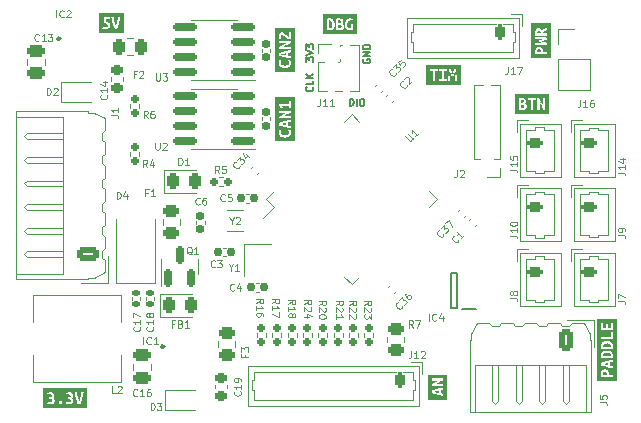
<source format=gbr>
%TF.GenerationSoftware,KiCad,Pcbnew,(6.0.8)*%
%TF.CreationDate,2024-11-24T14:12:11+01:00*%
%TF.ProjectId,WHEEL-07,57484545-4c2d-4303-972e-6b696361645f,rev?*%
%TF.SameCoordinates,Original*%
%TF.FileFunction,Legend,Top*%
%TF.FilePolarity,Positive*%
%FSLAX46Y46*%
G04 Gerber Fmt 4.6, Leading zero omitted, Abs format (unit mm)*
G04 Created by KiCad (PCBNEW (6.0.8)) date 2024-11-24 14:12:11*
%MOMM*%
%LPD*%
G01*
G04 APERTURE LIST*
G04 Aperture macros list*
%AMRoundRect*
0 Rectangle with rounded corners*
0 $1 Rounding radius*
0 $2 $3 $4 $5 $6 $7 $8 $9 X,Y pos of 4 corners*
0 Add a 4 corners polygon primitive as box body*
4,1,4,$2,$3,$4,$5,$6,$7,$8,$9,$2,$3,0*
0 Add four circle primitives for the rounded corners*
1,1,$1+$1,$2,$3*
1,1,$1+$1,$4,$5*
1,1,$1+$1,$6,$7*
1,1,$1+$1,$8,$9*
0 Add four rect primitives between the rounded corners*
20,1,$1+$1,$2,$3,$4,$5,0*
20,1,$1+$1,$4,$5,$6,$7,0*
20,1,$1+$1,$6,$7,$8,$9,0*
20,1,$1+$1,$8,$9,$2,$3,0*%
G04 Aperture macros list end*
%ADD10C,0.150000*%
%ADD11C,0.100000*%
%ADD12C,0.120000*%
%ADD13C,0.250000*%
%ADD14C,0.200000*%
%ADD15RoundRect,0.250000X-0.450000X0.262500X-0.450000X-0.262500X0.450000X-0.262500X0.450000X0.262500X0*%
%ADD16RoundRect,0.155000X0.155000X-0.212500X0.155000X0.212500X-0.155000X0.212500X-0.155000X-0.212500X0*%
%ADD17R,0.850000X0.300000*%
%ADD18R,1.700000X2.500000*%
%ADD19RoundRect,0.250000X0.350000X0.650000X-0.350000X0.650000X-0.350000X-0.650000X0.350000X-0.650000X0*%
%ADD20O,1.200000X1.800000*%
%ADD21RoundRect,0.200000X-0.450000X0.200000X-0.450000X-0.200000X0.450000X-0.200000X0.450000X0.200000X0*%
%ADD22O,1.300000X0.800000*%
%ADD23RoundRect,0.200000X0.200000X0.450000X-0.200000X0.450000X-0.200000X-0.450000X0.200000X-0.450000X0*%
%ADD24O,0.800000X1.300000*%
%ADD25RoundRect,0.140000X0.170000X-0.140000X0.170000X0.140000X-0.170000X0.140000X-0.170000X-0.140000X0*%
%ADD26RoundRect,0.150000X0.825000X0.150000X-0.825000X0.150000X-0.825000X-0.150000X0.825000X-0.150000X0*%
%ADD27RoundRect,0.160000X-0.160000X0.197500X-0.160000X-0.197500X0.160000X-0.197500X0.160000X0.197500X0*%
%ADD28RoundRect,0.250000X0.475000X-0.250000X0.475000X0.250000X-0.475000X0.250000X-0.475000X-0.250000X0*%
%ADD29RoundRect,0.155000X-0.040659X-0.259862X0.259862X0.040659X0.040659X0.259862X-0.259862X-0.040659X0*%
%ADD30R,1.250000X0.600000*%
%ADD31RoundRect,0.155000X0.212500X0.155000X-0.212500X0.155000X-0.212500X-0.155000X0.212500X-0.155000X0*%
%ADD32RoundRect,0.155000X0.040659X0.259862X-0.259862X-0.040659X-0.040659X-0.259862X0.259862X0.040659X0*%
%ADD33R,1.500000X2.200000*%
%ADD34RoundRect,0.075000X-0.441942X-0.548008X0.548008X0.441942X0.441942X0.548008X-0.548008X-0.441942X0*%
%ADD35RoundRect,0.075000X0.441942X-0.548008X0.548008X-0.441942X-0.441942X0.548008X-0.548008X0.441942X0*%
%ADD36RoundRect,0.155000X-0.155000X0.212500X-0.155000X-0.212500X0.155000X-0.212500X0.155000X0.212500X0*%
%ADD37R,1.700000X1.700000*%
%ADD38O,1.700000X1.700000*%
%ADD39R,0.600000X0.450000*%
%ADD40RoundRect,0.243750X-0.456250X0.243750X-0.456250X-0.243750X0.456250X-0.243750X0.456250X0.243750X0*%
%ADD41RoundRect,0.243750X-0.243750X-0.456250X0.243750X-0.456250X0.243750X0.456250X-0.243750X0.456250X0*%
%ADD42RoundRect,0.225000X-0.250000X0.225000X-0.250000X-0.225000X0.250000X-0.225000X0.250000X0.225000X0*%
%ADD43RoundRect,0.160000X0.160000X-0.197500X0.160000X0.197500X-0.160000X0.197500X-0.160000X-0.197500X0*%
%ADD44R,0.800000X0.900000*%
%ADD45R,1.000000X1.800000*%
%ADD46RoundRect,0.155000X-0.212500X-0.155000X0.212500X-0.155000X0.212500X0.155000X-0.212500X0.155000X0*%
%ADD47RoundRect,0.150000X0.150000X-0.587500X0.150000X0.587500X-0.150000X0.587500X-0.150000X-0.587500X0*%
%ADD48R,1.000000X1.000000*%
%ADD49O,1.000000X1.000000*%
%ADD50RoundRect,0.160000X0.197500X0.160000X-0.197500X0.160000X-0.197500X-0.160000X0.197500X-0.160000X0*%
%ADD51R,1.800000X2.500000*%
%ADD52RoundRect,0.243750X0.243750X0.456250X-0.243750X0.456250X-0.243750X-0.456250X0.243750X-0.456250X0*%
%ADD53RoundRect,0.250000X0.650000X-0.350000X0.650000X0.350000X-0.650000X0.350000X-0.650000X-0.350000X0*%
%ADD54O,1.800000X1.200000*%
G04 APERTURE END LIST*
D10*
X178262000Y-55168742D02*
X178233428Y-55225885D01*
X178233428Y-55311600D01*
X178262000Y-55397314D01*
X178319142Y-55454457D01*
X178376285Y-55483028D01*
X178490571Y-55511600D01*
X178576285Y-55511600D01*
X178690571Y-55483028D01*
X178747714Y-55454457D01*
X178804857Y-55397314D01*
X178833428Y-55311600D01*
X178833428Y-55254457D01*
X178804857Y-55168742D01*
X178776285Y-55140171D01*
X178576285Y-55140171D01*
X178576285Y-55254457D01*
X178833428Y-54883028D02*
X178233428Y-54883028D01*
X178833428Y-54540171D01*
X178233428Y-54540171D01*
X178833428Y-54254457D02*
X178233428Y-54254457D01*
X178233428Y-54111600D01*
X178262000Y-54025885D01*
X178319142Y-53968742D01*
X178376285Y-53940171D01*
X178490571Y-53911600D01*
X178576285Y-53911600D01*
X178690571Y-53940171D01*
X178747714Y-53968742D01*
X178804857Y-54025885D01*
X178833428Y-54111600D01*
X178833428Y-54254457D01*
X177084114Y-59097828D02*
X177084114Y-58497828D01*
X177226971Y-58497828D01*
X177312685Y-58526400D01*
X177369828Y-58583542D01*
X177398400Y-58640685D01*
X177426971Y-58754971D01*
X177426971Y-58840685D01*
X177398400Y-58954971D01*
X177369828Y-59012114D01*
X177312685Y-59069257D01*
X177226971Y-59097828D01*
X177084114Y-59097828D01*
X177684114Y-59097828D02*
X177684114Y-58497828D01*
X178084114Y-58497828D02*
X178198400Y-58497828D01*
X178255542Y-58526400D01*
X178312685Y-58583542D01*
X178341257Y-58697828D01*
X178341257Y-58897828D01*
X178312685Y-59012114D01*
X178255542Y-59069257D01*
X178198400Y-59097828D01*
X178084114Y-59097828D01*
X178026971Y-59069257D01*
X177969828Y-59012114D01*
X177941257Y-58897828D01*
X177941257Y-58697828D01*
X177969828Y-58583542D01*
X178026971Y-58526400D01*
X178084114Y-58497828D01*
X173950285Y-57507142D02*
X173978857Y-57535714D01*
X174007428Y-57621428D01*
X174007428Y-57678571D01*
X173978857Y-57764285D01*
X173921714Y-57821428D01*
X173864571Y-57850000D01*
X173750285Y-57878571D01*
X173664571Y-57878571D01*
X173550285Y-57850000D01*
X173493142Y-57821428D01*
X173436000Y-57764285D01*
X173407428Y-57678571D01*
X173407428Y-57621428D01*
X173436000Y-57535714D01*
X173464571Y-57507142D01*
X174007428Y-56964285D02*
X174007428Y-57250000D01*
X173407428Y-57250000D01*
X174007428Y-56764285D02*
X173407428Y-56764285D01*
X174007428Y-56421428D02*
X173664571Y-56678571D01*
X173407428Y-56421428D02*
X173750285Y-56764285D01*
X173407428Y-55352857D02*
X173407428Y-54981428D01*
X173636000Y-55181428D01*
X173636000Y-55095714D01*
X173664571Y-55038571D01*
X173693142Y-55010000D01*
X173750285Y-54981428D01*
X173893142Y-54981428D01*
X173950285Y-55010000D01*
X173978857Y-55038571D01*
X174007428Y-55095714D01*
X174007428Y-55267142D01*
X173978857Y-55324285D01*
X173950285Y-55352857D01*
X173407428Y-54810000D02*
X174007428Y-54610000D01*
X173407428Y-54410000D01*
X173407428Y-54267142D02*
X173407428Y-53895714D01*
X173636000Y-54095714D01*
X173636000Y-54010000D01*
X173664571Y-53952857D01*
X173693142Y-53924285D01*
X173750285Y-53895714D01*
X173893142Y-53895714D01*
X173950285Y-53924285D01*
X173978857Y-53952857D01*
X174007428Y-54010000D01*
X174007428Y-54181428D01*
X173978857Y-54238571D01*
X173950285Y-54267142D01*
D11*
%TO.C,R7*%
X182450000Y-77871428D02*
X182250000Y-77585714D01*
X182107142Y-77871428D02*
X182107142Y-77271428D01*
X182335714Y-77271428D01*
X182392857Y-77300000D01*
X182421428Y-77328571D01*
X182450000Y-77385714D01*
X182450000Y-77471428D01*
X182421428Y-77528571D01*
X182392857Y-77557142D01*
X182335714Y-77585714D01*
X182107142Y-77585714D01*
X182650000Y-77271428D02*
X183050000Y-77271428D01*
X182792857Y-77871428D01*
%TO.C,IC1*%
X159634285Y-79281428D02*
X159634285Y-78681428D01*
X160262857Y-79224285D02*
X160234285Y-79252857D01*
X160148571Y-79281428D01*
X160091428Y-79281428D01*
X160005714Y-79252857D01*
X159948571Y-79195714D01*
X159920000Y-79138571D01*
X159891428Y-79024285D01*
X159891428Y-78938571D01*
X159920000Y-78824285D01*
X159948571Y-78767142D01*
X160005714Y-78710000D01*
X160091428Y-78681428D01*
X160148571Y-78681428D01*
X160234285Y-78710000D01*
X160262857Y-78738571D01*
X160834285Y-79281428D02*
X160491428Y-79281428D01*
X160662857Y-79281428D02*
X160662857Y-78681428D01*
X160605714Y-78767142D01*
X160548571Y-78824285D01*
X160491428Y-78852857D01*
%TO.C,J5*%
X198248628Y-84172400D02*
X198677200Y-84172400D01*
X198762914Y-84200971D01*
X198820057Y-84258114D01*
X198848628Y-84343828D01*
X198848628Y-84400971D01*
X198248628Y-83600971D02*
X198248628Y-83886685D01*
X198534342Y-83915257D01*
X198505771Y-83886685D01*
X198477200Y-83829542D01*
X198477200Y-83686685D01*
X198505771Y-83629542D01*
X198534342Y-83600971D01*
X198591485Y-83572400D01*
X198734342Y-83572400D01*
X198791485Y-83600971D01*
X198820057Y-83629542D01*
X198848628Y-83686685D01*
X198848628Y-83829542D01*
X198820057Y-83886685D01*
X198791485Y-83915257D01*
%TO.C,IC2*%
X152264285Y-51621428D02*
X152264285Y-51021428D01*
X152892857Y-51564285D02*
X152864285Y-51592857D01*
X152778571Y-51621428D01*
X152721428Y-51621428D01*
X152635714Y-51592857D01*
X152578571Y-51535714D01*
X152550000Y-51478571D01*
X152521428Y-51364285D01*
X152521428Y-51278571D01*
X152550000Y-51164285D01*
X152578571Y-51107142D01*
X152635714Y-51050000D01*
X152721428Y-51021428D01*
X152778571Y-51021428D01*
X152864285Y-51050000D01*
X152892857Y-51078571D01*
X153121428Y-51078571D02*
X153150000Y-51050000D01*
X153207142Y-51021428D01*
X153350000Y-51021428D01*
X153407142Y-51050000D01*
X153435714Y-51078571D01*
X153464285Y-51135714D01*
X153464285Y-51192857D01*
X153435714Y-51278571D01*
X153092857Y-51621428D01*
X153464285Y-51621428D01*
%TO.C,J7*%
X199823428Y-75638000D02*
X200252000Y-75638000D01*
X200337714Y-75666571D01*
X200394857Y-75723714D01*
X200423428Y-75809428D01*
X200423428Y-75866571D01*
X199823428Y-75409428D02*
X199823428Y-75009428D01*
X200423428Y-75266571D01*
%TO.C,J17*%
X190471485Y-55805428D02*
X190471485Y-56234000D01*
X190442914Y-56319714D01*
X190385771Y-56376857D01*
X190300057Y-56405428D01*
X190242914Y-56405428D01*
X191071485Y-56405428D02*
X190728628Y-56405428D01*
X190900057Y-56405428D02*
X190900057Y-55805428D01*
X190842914Y-55891142D01*
X190785771Y-55948285D01*
X190728628Y-55976857D01*
X191271485Y-55805428D02*
X191671485Y-55805428D01*
X191414342Y-56405428D01*
%TO.C,C17*%
X159314285Y-77785714D02*
X159342857Y-77814285D01*
X159371428Y-77900000D01*
X159371428Y-77957142D01*
X159342857Y-78042857D01*
X159285714Y-78100000D01*
X159228571Y-78128571D01*
X159114285Y-78157142D01*
X159028571Y-78157142D01*
X158914285Y-78128571D01*
X158857142Y-78100000D01*
X158800000Y-78042857D01*
X158771428Y-77957142D01*
X158771428Y-77900000D01*
X158800000Y-77814285D01*
X158828571Y-77785714D01*
X159371428Y-77214285D02*
X159371428Y-77557142D01*
X159371428Y-77385714D02*
X158771428Y-77385714D01*
X158857142Y-77442857D01*
X158914285Y-77500000D01*
X158942857Y-77557142D01*
X158771428Y-77014285D02*
X158771428Y-76614285D01*
X159371428Y-76871428D01*
%TO.C,U2*%
X160652857Y-62211428D02*
X160652857Y-62697142D01*
X160681428Y-62754285D01*
X160710000Y-62782857D01*
X160767142Y-62811428D01*
X160881428Y-62811428D01*
X160938571Y-62782857D01*
X160967142Y-62754285D01*
X160995714Y-62697142D01*
X160995714Y-62211428D01*
X161252857Y-62268571D02*
X161281428Y-62240000D01*
X161338571Y-62211428D01*
X161481428Y-62211428D01*
X161538571Y-62240000D01*
X161567142Y-62268571D01*
X161595714Y-62325714D01*
X161595714Y-62382857D01*
X161567142Y-62468571D01*
X161224285Y-62811428D01*
X161595714Y-62811428D01*
%TO.C,R18*%
X171889771Y-75865085D02*
X172175485Y-75665085D01*
X171889771Y-75522228D02*
X172489771Y-75522228D01*
X172489771Y-75750800D01*
X172461200Y-75807942D01*
X172432628Y-75836514D01*
X172375485Y-75865085D01*
X172289771Y-75865085D01*
X172232628Y-75836514D01*
X172204057Y-75807942D01*
X172175485Y-75750800D01*
X172175485Y-75522228D01*
X171889771Y-76436514D02*
X171889771Y-76093657D01*
X171889771Y-76265085D02*
X172489771Y-76265085D01*
X172404057Y-76207942D01*
X172346914Y-76150800D01*
X172318342Y-76093657D01*
X172232628Y-76779371D02*
X172261200Y-76722228D01*
X172289771Y-76693657D01*
X172346914Y-76665085D01*
X172375485Y-76665085D01*
X172432628Y-76693657D01*
X172461200Y-76722228D01*
X172489771Y-76779371D01*
X172489771Y-76893657D01*
X172461200Y-76950800D01*
X172432628Y-76979371D01*
X172375485Y-77007942D01*
X172346914Y-77007942D01*
X172289771Y-76979371D01*
X172261200Y-76950800D01*
X172232628Y-76893657D01*
X172232628Y-76779371D01*
X172204057Y-76722228D01*
X172175485Y-76693657D01*
X172118342Y-76665085D01*
X172004057Y-76665085D01*
X171946914Y-76693657D01*
X171918342Y-76722228D01*
X171889771Y-76779371D01*
X171889771Y-76893657D01*
X171918342Y-76950800D01*
X171946914Y-76979371D01*
X172004057Y-77007942D01*
X172118342Y-77007942D01*
X172175485Y-76979371D01*
X172204057Y-76950800D01*
X172232628Y-76893657D01*
%TO.C,C13*%
X150778285Y-53554285D02*
X150749714Y-53582857D01*
X150664000Y-53611428D01*
X150606857Y-53611428D01*
X150521142Y-53582857D01*
X150464000Y-53525714D01*
X150435428Y-53468571D01*
X150406857Y-53354285D01*
X150406857Y-53268571D01*
X150435428Y-53154285D01*
X150464000Y-53097142D01*
X150521142Y-53040000D01*
X150606857Y-53011428D01*
X150664000Y-53011428D01*
X150749714Y-53040000D01*
X150778285Y-53068571D01*
X151349714Y-53611428D02*
X151006857Y-53611428D01*
X151178285Y-53611428D02*
X151178285Y-53011428D01*
X151121142Y-53097142D01*
X151064000Y-53154285D01*
X151006857Y-53182857D01*
X151549714Y-53011428D02*
X151921142Y-53011428D01*
X151721142Y-53240000D01*
X151806857Y-53240000D01*
X151864000Y-53268571D01*
X151892571Y-53297142D01*
X151921142Y-53354285D01*
X151921142Y-53497142D01*
X151892571Y-53554285D01*
X151864000Y-53582857D01*
X151806857Y-53611428D01*
X151635428Y-53611428D01*
X151578285Y-53582857D01*
X151549714Y-53554285D01*
%TO.C,R16*%
X169197371Y-75814285D02*
X169483085Y-75614285D01*
X169197371Y-75471428D02*
X169797371Y-75471428D01*
X169797371Y-75700000D01*
X169768800Y-75757142D01*
X169740228Y-75785714D01*
X169683085Y-75814285D01*
X169597371Y-75814285D01*
X169540228Y-75785714D01*
X169511657Y-75757142D01*
X169483085Y-75700000D01*
X169483085Y-75471428D01*
X169197371Y-76385714D02*
X169197371Y-76042857D01*
X169197371Y-76214285D02*
X169797371Y-76214285D01*
X169711657Y-76157142D01*
X169654514Y-76100000D01*
X169625942Y-76042857D01*
X169797371Y-76900000D02*
X169797371Y-76785714D01*
X169768800Y-76728571D01*
X169740228Y-76700000D01*
X169654514Y-76642857D01*
X169540228Y-76614285D01*
X169311657Y-76614285D01*
X169254514Y-76642857D01*
X169225942Y-76671428D01*
X169197371Y-76728571D01*
X169197371Y-76842857D01*
X169225942Y-76900000D01*
X169254514Y-76928571D01*
X169311657Y-76957142D01*
X169454514Y-76957142D01*
X169511657Y-76928571D01*
X169540228Y-76900000D01*
X169568800Y-76842857D01*
X169568800Y-76728571D01*
X169540228Y-76671428D01*
X169511657Y-76642857D01*
X169454514Y-76614285D01*
%TO.C,R6*%
X160000000Y-60121428D02*
X159800000Y-59835714D01*
X159657142Y-60121428D02*
X159657142Y-59521428D01*
X159885714Y-59521428D01*
X159942857Y-59550000D01*
X159971428Y-59578571D01*
X160000000Y-59635714D01*
X160000000Y-59721428D01*
X159971428Y-59778571D01*
X159942857Y-59807142D01*
X159885714Y-59835714D01*
X159657142Y-59835714D01*
X160514285Y-59521428D02*
X160400000Y-59521428D01*
X160342857Y-59550000D01*
X160314285Y-59578571D01*
X160257142Y-59664285D01*
X160228571Y-59778571D01*
X160228571Y-60007142D01*
X160257142Y-60064285D01*
X160285714Y-60092857D01*
X160342857Y-60121428D01*
X160457142Y-60121428D01*
X160514285Y-60092857D01*
X160542857Y-60064285D01*
X160571428Y-60007142D01*
X160571428Y-59864285D01*
X160542857Y-59807142D01*
X160514285Y-59778571D01*
X160457142Y-59750000D01*
X160342857Y-59750000D01*
X160285714Y-59778571D01*
X160257142Y-59807142D01*
X160228571Y-59864285D01*
%TO.C,C35*%
X181011298Y-56349947D02*
X181011298Y-56390353D01*
X180970892Y-56471165D01*
X180930486Y-56511571D01*
X180849674Y-56551977D01*
X180768862Y-56551977D01*
X180708252Y-56531774D01*
X180607237Y-56471165D01*
X180546628Y-56410556D01*
X180486019Y-56309540D01*
X180465816Y-56248931D01*
X180465816Y-56168119D01*
X180506222Y-56087307D01*
X180546628Y-56046901D01*
X180627440Y-56006495D01*
X180667846Y-56006495D01*
X180768862Y-55824667D02*
X181031501Y-55562028D01*
X181051704Y-55865073D01*
X181112313Y-55804464D01*
X181172923Y-55784261D01*
X181213329Y-55784261D01*
X181273938Y-55804464D01*
X181374953Y-55905479D01*
X181395156Y-55966089D01*
X181395156Y-56006495D01*
X181374953Y-56067104D01*
X181253735Y-56188322D01*
X181193126Y-56208525D01*
X181152720Y-56208525D01*
X181415359Y-55178170D02*
X181213329Y-55380200D01*
X181395156Y-55602434D01*
X181395156Y-55562028D01*
X181415359Y-55501418D01*
X181516374Y-55400403D01*
X181576984Y-55380200D01*
X181617390Y-55380200D01*
X181677999Y-55400403D01*
X181779014Y-55501418D01*
X181799217Y-55562028D01*
X181799217Y-55602434D01*
X181779014Y-55663043D01*
X181677999Y-55764058D01*
X181617390Y-55784261D01*
X181576984Y-55784261D01*
%TO.C,U3*%
X160692857Y-56361428D02*
X160692857Y-56847142D01*
X160721428Y-56904285D01*
X160750000Y-56932857D01*
X160807142Y-56961428D01*
X160921428Y-56961428D01*
X160978571Y-56932857D01*
X161007142Y-56904285D01*
X161035714Y-56847142D01*
X161035714Y-56361428D01*
X161264285Y-56361428D02*
X161635714Y-56361428D01*
X161435714Y-56590000D01*
X161521428Y-56590000D01*
X161578571Y-56618571D01*
X161607142Y-56647142D01*
X161635714Y-56704285D01*
X161635714Y-56847142D01*
X161607142Y-56904285D01*
X161578571Y-56932857D01*
X161521428Y-56961428D01*
X161350000Y-56961428D01*
X161292857Y-56932857D01*
X161264285Y-56904285D01*
%TO.C,IC4*%
X183818285Y-77299428D02*
X183818285Y-76699428D01*
X184446857Y-77242285D02*
X184418285Y-77270857D01*
X184332571Y-77299428D01*
X184275428Y-77299428D01*
X184189714Y-77270857D01*
X184132571Y-77213714D01*
X184104000Y-77156571D01*
X184075428Y-77042285D01*
X184075428Y-76956571D01*
X184104000Y-76842285D01*
X184132571Y-76785142D01*
X184189714Y-76728000D01*
X184275428Y-76699428D01*
X184332571Y-76699428D01*
X184418285Y-76728000D01*
X184446857Y-76756571D01*
X184961142Y-76899428D02*
X184961142Y-77299428D01*
X184818285Y-76670857D02*
X184675428Y-77099428D01*
X185046857Y-77099428D01*
%TO.C,C4*%
X167336800Y-74687085D02*
X167308228Y-74715657D01*
X167222514Y-74744228D01*
X167165371Y-74744228D01*
X167079657Y-74715657D01*
X167022514Y-74658514D01*
X166993942Y-74601371D01*
X166965371Y-74487085D01*
X166965371Y-74401371D01*
X166993942Y-74287085D01*
X167022514Y-74229942D01*
X167079657Y-74172800D01*
X167165371Y-74144228D01*
X167222514Y-74144228D01*
X167308228Y-74172800D01*
X167336800Y-74201371D01*
X167851085Y-74344228D02*
X167851085Y-74744228D01*
X167708228Y-74115657D02*
X167565371Y-74544228D01*
X167936800Y-74544228D01*
%TO.C,C37*%
X185039664Y-69974581D02*
X185039664Y-70014987D01*
X184999258Y-70095799D01*
X184958852Y-70136205D01*
X184878040Y-70176611D01*
X184797228Y-70176611D01*
X184736618Y-70156408D01*
X184635603Y-70095799D01*
X184574994Y-70035190D01*
X184514385Y-69934174D01*
X184494182Y-69873565D01*
X184494182Y-69792753D01*
X184534588Y-69711941D01*
X184574994Y-69671535D01*
X184655806Y-69631129D01*
X184696212Y-69631129D01*
X184797228Y-69449301D02*
X185059867Y-69186662D01*
X185080070Y-69489707D01*
X185140679Y-69429098D01*
X185201289Y-69408895D01*
X185241695Y-69408895D01*
X185302304Y-69429098D01*
X185403319Y-69530113D01*
X185423522Y-69590723D01*
X185423522Y-69631129D01*
X185403319Y-69691738D01*
X185282101Y-69812956D01*
X185221492Y-69833159D01*
X185181086Y-69833159D01*
X185201289Y-69045240D02*
X185484131Y-68762398D01*
X185726568Y-69368489D01*
%TO.C,C36*%
X181539581Y-76065464D02*
X181539581Y-76105870D01*
X181499175Y-76186682D01*
X181458769Y-76227088D01*
X181377957Y-76267494D01*
X181297145Y-76267494D01*
X181236535Y-76247291D01*
X181135520Y-76186682D01*
X181074911Y-76126073D01*
X181014302Y-76025057D01*
X180994099Y-75964448D01*
X180994099Y-75883636D01*
X181034505Y-75802824D01*
X181074911Y-75762418D01*
X181155723Y-75722012D01*
X181196129Y-75722012D01*
X181297145Y-75540184D02*
X181559784Y-75277545D01*
X181579987Y-75580590D01*
X181640596Y-75519981D01*
X181701206Y-75499778D01*
X181741612Y-75499778D01*
X181802221Y-75519981D01*
X181903236Y-75620996D01*
X181923439Y-75681606D01*
X181923439Y-75722012D01*
X181903236Y-75782621D01*
X181782018Y-75903839D01*
X181721409Y-75924042D01*
X181681003Y-75924042D01*
X181923439Y-74913890D02*
X181842627Y-74994702D01*
X181822424Y-75055311D01*
X181822424Y-75095717D01*
X181842627Y-75196732D01*
X181903236Y-75297748D01*
X182064861Y-75459372D01*
X182125470Y-75479575D01*
X182165876Y-75479575D01*
X182226485Y-75459372D01*
X182307297Y-75378560D01*
X182327500Y-75317951D01*
X182327500Y-75277545D01*
X182307297Y-75216935D01*
X182206282Y-75115920D01*
X182145673Y-75095717D01*
X182105267Y-75095717D01*
X182044657Y-75115920D01*
X181963845Y-75196732D01*
X181943642Y-75257342D01*
X181943642Y-75297748D01*
X181963845Y-75358357D01*
%TO.C,L2*%
X157290000Y-83421428D02*
X157004285Y-83421428D01*
X157004285Y-82821428D01*
X157461428Y-82878571D02*
X157490000Y-82850000D01*
X157547142Y-82821428D01*
X157690000Y-82821428D01*
X157747142Y-82850000D01*
X157775714Y-82878571D01*
X157804285Y-82935714D01*
X157804285Y-82992857D01*
X157775714Y-83078571D01*
X157432857Y-83421428D01*
X157804285Y-83421428D01*
%TO.C,C18*%
X160414285Y-77785714D02*
X160442857Y-77814285D01*
X160471428Y-77900000D01*
X160471428Y-77957142D01*
X160442857Y-78042857D01*
X160385714Y-78100000D01*
X160328571Y-78128571D01*
X160214285Y-78157142D01*
X160128571Y-78157142D01*
X160014285Y-78128571D01*
X159957142Y-78100000D01*
X159900000Y-78042857D01*
X159871428Y-77957142D01*
X159871428Y-77900000D01*
X159900000Y-77814285D01*
X159928571Y-77785714D01*
X160471428Y-77214285D02*
X160471428Y-77557142D01*
X160471428Y-77385714D02*
X159871428Y-77385714D01*
X159957142Y-77442857D01*
X160014285Y-77500000D01*
X160042857Y-77557142D01*
X160128571Y-76871428D02*
X160100000Y-76928571D01*
X160071428Y-76957142D01*
X160014285Y-76985714D01*
X159985714Y-76985714D01*
X159928571Y-76957142D01*
X159900000Y-76928571D01*
X159871428Y-76871428D01*
X159871428Y-76757142D01*
X159900000Y-76700000D01*
X159928571Y-76671428D01*
X159985714Y-76642857D01*
X160014285Y-76642857D01*
X160071428Y-76671428D01*
X160100000Y-76700000D01*
X160128571Y-76757142D01*
X160128571Y-76871428D01*
X160157142Y-76928571D01*
X160185714Y-76957142D01*
X160242857Y-76985714D01*
X160357142Y-76985714D01*
X160414285Y-76957142D01*
X160442857Y-76928571D01*
X160471428Y-76871428D01*
X160471428Y-76757142D01*
X160442857Y-76700000D01*
X160414285Y-76671428D01*
X160357142Y-76642857D01*
X160242857Y-76642857D01*
X160185714Y-76671428D01*
X160157142Y-76700000D01*
X160128571Y-76757142D01*
%TO.C,U1*%
X181816416Y-61685913D02*
X182159867Y-62029365D01*
X182220477Y-62049568D01*
X182260883Y-62049568D01*
X182321492Y-62029365D01*
X182402304Y-61948553D01*
X182422507Y-61887944D01*
X182422507Y-61847538D01*
X182402304Y-61786928D01*
X182058852Y-61443477D01*
X182907380Y-61443477D02*
X182664944Y-61685913D01*
X182786162Y-61564695D02*
X182361898Y-61140431D01*
X182382101Y-61241446D01*
X182382101Y-61322258D01*
X182361898Y-61382867D01*
%TO.C,C6*%
X164400000Y-67414285D02*
X164371428Y-67442857D01*
X164285714Y-67471428D01*
X164228571Y-67471428D01*
X164142857Y-67442857D01*
X164085714Y-67385714D01*
X164057142Y-67328571D01*
X164028571Y-67214285D01*
X164028571Y-67128571D01*
X164057142Y-67014285D01*
X164085714Y-66957142D01*
X164142857Y-66900000D01*
X164228571Y-66871428D01*
X164285714Y-66871428D01*
X164371428Y-66900000D01*
X164400000Y-66928571D01*
X164914285Y-66871428D02*
X164800000Y-66871428D01*
X164742857Y-66900000D01*
X164714285Y-66928571D01*
X164657142Y-67014285D01*
X164628571Y-67128571D01*
X164628571Y-67357142D01*
X164657142Y-67414285D01*
X164685714Y-67442857D01*
X164742857Y-67471428D01*
X164857142Y-67471428D01*
X164914285Y-67442857D01*
X164942857Y-67414285D01*
X164971428Y-67357142D01*
X164971428Y-67214285D01*
X164942857Y-67157142D01*
X164914285Y-67128571D01*
X164857142Y-67100000D01*
X164742857Y-67100000D01*
X164685714Y-67128571D01*
X164657142Y-67157142D01*
X164628571Y-67214285D01*
%TO.C,J16*%
X196618285Y-58599428D02*
X196618285Y-59028000D01*
X196589714Y-59113714D01*
X196532571Y-59170857D01*
X196446857Y-59199428D01*
X196389714Y-59199428D01*
X197218285Y-59199428D02*
X196875428Y-59199428D01*
X197046857Y-59199428D02*
X197046857Y-58599428D01*
X196989714Y-58685142D01*
X196932571Y-58742285D01*
X196875428Y-58770857D01*
X197732571Y-58599428D02*
X197618285Y-58599428D01*
X197561142Y-58628000D01*
X197532571Y-58656571D01*
X197475428Y-58742285D01*
X197446857Y-58856571D01*
X197446857Y-59085142D01*
X197475428Y-59142285D01*
X197504000Y-59170857D01*
X197561142Y-59199428D01*
X197675428Y-59199428D01*
X197732571Y-59170857D01*
X197761142Y-59142285D01*
X197789714Y-59085142D01*
X197789714Y-58942285D01*
X197761142Y-58885142D01*
X197732571Y-58856571D01*
X197675428Y-58828000D01*
X197561142Y-58828000D01*
X197504000Y-58856571D01*
X197475428Y-58885142D01*
X197446857Y-58942285D01*
%TO.C,D2*%
X151449142Y-58183428D02*
X151449142Y-57583428D01*
X151592000Y-57583428D01*
X151677714Y-57612000D01*
X151734857Y-57669142D01*
X151763428Y-57726285D01*
X151792000Y-57840571D01*
X151792000Y-57926285D01*
X151763428Y-58040571D01*
X151734857Y-58097714D01*
X151677714Y-58154857D01*
X151592000Y-58183428D01*
X151449142Y-58183428D01*
X152020571Y-57640571D02*
X152049142Y-57612000D01*
X152106285Y-57583428D01*
X152249142Y-57583428D01*
X152306285Y-57612000D01*
X152334857Y-57640571D01*
X152363428Y-57697714D01*
X152363428Y-57754857D01*
X152334857Y-57840571D01*
X151992000Y-58183428D01*
X152363428Y-58183428D01*
%TO.C,R24*%
X173261371Y-75915885D02*
X173547085Y-75715885D01*
X173261371Y-75573028D02*
X173861371Y-75573028D01*
X173861371Y-75801600D01*
X173832800Y-75858742D01*
X173804228Y-75887314D01*
X173747085Y-75915885D01*
X173661371Y-75915885D01*
X173604228Y-75887314D01*
X173575657Y-75858742D01*
X173547085Y-75801600D01*
X173547085Y-75573028D01*
X173804228Y-76144457D02*
X173832800Y-76173028D01*
X173861371Y-76230171D01*
X173861371Y-76373028D01*
X173832800Y-76430171D01*
X173804228Y-76458742D01*
X173747085Y-76487314D01*
X173689942Y-76487314D01*
X173604228Y-76458742D01*
X173261371Y-76115885D01*
X173261371Y-76487314D01*
X173661371Y-77001600D02*
X173261371Y-77001600D01*
X173889942Y-76858742D02*
X173461371Y-76715885D01*
X173461371Y-77087314D01*
%TO.C,C16*%
X159114285Y-83627885D02*
X159085714Y-83656457D01*
X159000000Y-83685028D01*
X158942857Y-83685028D01*
X158857142Y-83656457D01*
X158800000Y-83599314D01*
X158771428Y-83542171D01*
X158742857Y-83427885D01*
X158742857Y-83342171D01*
X158771428Y-83227885D01*
X158800000Y-83170742D01*
X158857142Y-83113600D01*
X158942857Y-83085028D01*
X159000000Y-83085028D01*
X159085714Y-83113600D01*
X159114285Y-83142171D01*
X159685714Y-83685028D02*
X159342857Y-83685028D01*
X159514285Y-83685028D02*
X159514285Y-83085028D01*
X159457142Y-83170742D01*
X159400000Y-83227885D01*
X159342857Y-83256457D01*
X160200000Y-83085028D02*
X160085714Y-83085028D01*
X160028571Y-83113600D01*
X160000000Y-83142171D01*
X159942857Y-83227885D01*
X159914285Y-83342171D01*
X159914285Y-83570742D01*
X159942857Y-83627885D01*
X159971428Y-83656457D01*
X160028571Y-83685028D01*
X160142857Y-83685028D01*
X160200000Y-83656457D01*
X160228571Y-83627885D01*
X160257142Y-83570742D01*
X160257142Y-83427885D01*
X160228571Y-83370742D01*
X160200000Y-83342171D01*
X160142857Y-83313600D01*
X160028571Y-83313600D01*
X159971428Y-83342171D01*
X159942857Y-83370742D01*
X159914285Y-83427885D01*
%TO.C,R22*%
X177071371Y-75966685D02*
X177357085Y-75766685D01*
X177071371Y-75623828D02*
X177671371Y-75623828D01*
X177671371Y-75852400D01*
X177642800Y-75909542D01*
X177614228Y-75938114D01*
X177557085Y-75966685D01*
X177471371Y-75966685D01*
X177414228Y-75938114D01*
X177385657Y-75909542D01*
X177357085Y-75852400D01*
X177357085Y-75623828D01*
X177614228Y-76195257D02*
X177642800Y-76223828D01*
X177671371Y-76280971D01*
X177671371Y-76423828D01*
X177642800Y-76480971D01*
X177614228Y-76509542D01*
X177557085Y-76538114D01*
X177499942Y-76538114D01*
X177414228Y-76509542D01*
X177071371Y-76166685D01*
X177071371Y-76538114D01*
X177614228Y-76766685D02*
X177642800Y-76795257D01*
X177671371Y-76852400D01*
X177671371Y-76995257D01*
X177642800Y-77052400D01*
X177614228Y-77080971D01*
X177557085Y-77109542D01*
X177499942Y-77109542D01*
X177414228Y-77080971D01*
X177071371Y-76738114D01*
X177071371Y-77109542D01*
%TO.C,F3*%
X168206742Y-80159200D02*
X168206742Y-80359200D01*
X168521028Y-80359200D02*
X167921028Y-80359200D01*
X167921028Y-80073485D01*
X167921028Y-79902057D02*
X167921028Y-79530628D01*
X168149600Y-79730628D01*
X168149600Y-79644914D01*
X168178171Y-79587771D01*
X168206742Y-79559200D01*
X168263885Y-79530628D01*
X168406742Y-79530628D01*
X168463885Y-79559200D01*
X168492457Y-79587771D01*
X168521028Y-79644914D01*
X168521028Y-79816342D01*
X168492457Y-79873485D01*
X168463885Y-79902057D01*
%TO.C,D1*%
X162602042Y-64102628D02*
X162602042Y-63502628D01*
X162744900Y-63502628D01*
X162830614Y-63531200D01*
X162887757Y-63588342D01*
X162916328Y-63645485D01*
X162944900Y-63759771D01*
X162944900Y-63845485D01*
X162916328Y-63959771D01*
X162887757Y-64016914D01*
X162830614Y-64074057D01*
X162744900Y-64102628D01*
X162602042Y-64102628D01*
X163516328Y-64102628D02*
X163173471Y-64102628D01*
X163344900Y-64102628D02*
X163344900Y-63502628D01*
X163287757Y-63588342D01*
X163230614Y-63645485D01*
X163173471Y-63674057D01*
%TO.C,C14*%
X156514285Y-58185714D02*
X156542857Y-58214285D01*
X156571428Y-58300000D01*
X156571428Y-58357142D01*
X156542857Y-58442857D01*
X156485714Y-58500000D01*
X156428571Y-58528571D01*
X156314285Y-58557142D01*
X156228571Y-58557142D01*
X156114285Y-58528571D01*
X156057142Y-58500000D01*
X156000000Y-58442857D01*
X155971428Y-58357142D01*
X155971428Y-58300000D01*
X156000000Y-58214285D01*
X156028571Y-58185714D01*
X156571428Y-57614285D02*
X156571428Y-57957142D01*
X156571428Y-57785714D02*
X155971428Y-57785714D01*
X156057142Y-57842857D01*
X156114285Y-57900000D01*
X156142857Y-57957142D01*
X156171428Y-57100000D02*
X156571428Y-57100000D01*
X155942857Y-57242857D02*
X156371428Y-57385714D01*
X156371428Y-57014285D01*
%TO.C,FB1*%
X162262500Y-77557142D02*
X162062500Y-77557142D01*
X162062500Y-77871428D02*
X162062500Y-77271428D01*
X162348214Y-77271428D01*
X162776785Y-77557142D02*
X162862500Y-77585714D01*
X162891071Y-77614285D01*
X162919642Y-77671428D01*
X162919642Y-77757142D01*
X162891071Y-77814285D01*
X162862500Y-77842857D01*
X162805357Y-77871428D01*
X162576785Y-77871428D01*
X162576785Y-77271428D01*
X162776785Y-77271428D01*
X162833928Y-77300000D01*
X162862500Y-77328571D01*
X162891071Y-77385714D01*
X162891071Y-77442857D01*
X162862500Y-77500000D01*
X162833928Y-77528571D01*
X162776785Y-77557142D01*
X162576785Y-77557142D01*
X163491071Y-77871428D02*
X163148214Y-77871428D01*
X163319642Y-77871428D02*
X163319642Y-77271428D01*
X163262500Y-77357142D01*
X163205357Y-77414285D01*
X163148214Y-77442857D01*
%TO.C,C19*%
X167832685Y-83275514D02*
X167861257Y-83304085D01*
X167889828Y-83389800D01*
X167889828Y-83446942D01*
X167861257Y-83532657D01*
X167804114Y-83589800D01*
X167746971Y-83618371D01*
X167632685Y-83646942D01*
X167546971Y-83646942D01*
X167432685Y-83618371D01*
X167375542Y-83589800D01*
X167318400Y-83532657D01*
X167289828Y-83446942D01*
X167289828Y-83389800D01*
X167318400Y-83304085D01*
X167346971Y-83275514D01*
X167889828Y-82704085D02*
X167889828Y-83046942D01*
X167889828Y-82875514D02*
X167289828Y-82875514D01*
X167375542Y-82932657D01*
X167432685Y-82989800D01*
X167461257Y-83046942D01*
X167889828Y-82418371D02*
X167889828Y-82304085D01*
X167861257Y-82246942D01*
X167832685Y-82218371D01*
X167746971Y-82161228D01*
X167632685Y-82132657D01*
X167404114Y-82132657D01*
X167346971Y-82161228D01*
X167318400Y-82189800D01*
X167289828Y-82246942D01*
X167289828Y-82361228D01*
X167318400Y-82418371D01*
X167346971Y-82446942D01*
X167404114Y-82475514D01*
X167546971Y-82475514D01*
X167604114Y-82446942D01*
X167632685Y-82418371D01*
X167661257Y-82361228D01*
X167661257Y-82246942D01*
X167632685Y-82189800D01*
X167604114Y-82161228D01*
X167546971Y-82132657D01*
%TO.C,R4*%
X159950000Y-64271428D02*
X159750000Y-63985714D01*
X159607142Y-64271428D02*
X159607142Y-63671428D01*
X159835714Y-63671428D01*
X159892857Y-63700000D01*
X159921428Y-63728571D01*
X159950000Y-63785714D01*
X159950000Y-63871428D01*
X159921428Y-63928571D01*
X159892857Y-63957142D01*
X159835714Y-63985714D01*
X159607142Y-63985714D01*
X160464285Y-63871428D02*
X160464285Y-64271428D01*
X160321428Y-63642857D02*
X160178571Y-64071428D01*
X160550000Y-64071428D01*
%TO.C,C34*%
X167772781Y-64178264D02*
X167772781Y-64218670D01*
X167732375Y-64299482D01*
X167691969Y-64339888D01*
X167611157Y-64380294D01*
X167530345Y-64380294D01*
X167469735Y-64360091D01*
X167368720Y-64299482D01*
X167308111Y-64238873D01*
X167247502Y-64137857D01*
X167227299Y-64077248D01*
X167227299Y-63996436D01*
X167267705Y-63915624D01*
X167308111Y-63875218D01*
X167388923Y-63834812D01*
X167429329Y-63834812D01*
X167530345Y-63652984D02*
X167792984Y-63390345D01*
X167813187Y-63693390D01*
X167873796Y-63632781D01*
X167934406Y-63612578D01*
X167974812Y-63612578D01*
X168035421Y-63632781D01*
X168136436Y-63733796D01*
X168156639Y-63794406D01*
X168156639Y-63834812D01*
X168136436Y-63895421D01*
X168015218Y-64016639D01*
X167954609Y-64036842D01*
X167914203Y-64036842D01*
X168298061Y-63168111D02*
X168580903Y-63450954D01*
X168035421Y-63107502D02*
X168237451Y-63511563D01*
X168500091Y-63248923D01*
%TO.C,R17*%
X170518171Y-75814285D02*
X170803885Y-75614285D01*
X170518171Y-75471428D02*
X171118171Y-75471428D01*
X171118171Y-75700000D01*
X171089600Y-75757142D01*
X171061028Y-75785714D01*
X171003885Y-75814285D01*
X170918171Y-75814285D01*
X170861028Y-75785714D01*
X170832457Y-75757142D01*
X170803885Y-75700000D01*
X170803885Y-75471428D01*
X170518171Y-76385714D02*
X170518171Y-76042857D01*
X170518171Y-76214285D02*
X171118171Y-76214285D01*
X171032457Y-76157142D01*
X170975314Y-76100000D01*
X170946742Y-76042857D01*
X171118171Y-76585714D02*
X171118171Y-76985714D01*
X170518171Y-76728571D01*
%TO.C,D3*%
X160237542Y-84853428D02*
X160237542Y-84253428D01*
X160380400Y-84253428D01*
X160466114Y-84282000D01*
X160523257Y-84339142D01*
X160551828Y-84396285D01*
X160580400Y-84510571D01*
X160580400Y-84596285D01*
X160551828Y-84710571D01*
X160523257Y-84767714D01*
X160466114Y-84824857D01*
X160380400Y-84853428D01*
X160237542Y-84853428D01*
X160780400Y-84253428D02*
X161151828Y-84253428D01*
X160951828Y-84482000D01*
X161037542Y-84482000D01*
X161094685Y-84510571D01*
X161123257Y-84539142D01*
X161151828Y-84596285D01*
X161151828Y-84739142D01*
X161123257Y-84796285D01*
X161094685Y-84824857D01*
X161037542Y-84853428D01*
X160866114Y-84853428D01*
X160808971Y-84824857D01*
X160780400Y-84796285D01*
%TO.C,J14*%
X199823428Y-64747714D02*
X200252000Y-64747714D01*
X200337714Y-64776285D01*
X200394857Y-64833428D01*
X200423428Y-64919142D01*
X200423428Y-64976285D01*
X200423428Y-64147714D02*
X200423428Y-64490571D01*
X200423428Y-64319142D02*
X199823428Y-64319142D01*
X199909142Y-64376285D01*
X199966285Y-64433428D01*
X199994857Y-64490571D01*
X200023428Y-63633428D02*
X200423428Y-63633428D01*
X199794857Y-63776285D02*
X200223428Y-63919142D01*
X200223428Y-63547714D01*
%TO.C,J10*%
X190679428Y-70081714D02*
X191108000Y-70081714D01*
X191193714Y-70110285D01*
X191250857Y-70167428D01*
X191279428Y-70253142D01*
X191279428Y-70310285D01*
X191279428Y-69481714D02*
X191279428Y-69824571D01*
X191279428Y-69653142D02*
X190679428Y-69653142D01*
X190765142Y-69710285D01*
X190822285Y-69767428D01*
X190850857Y-69824571D01*
X190679428Y-69110285D02*
X190679428Y-69053142D01*
X190708000Y-68996000D01*
X190736571Y-68967428D01*
X190793714Y-68938857D01*
X190908000Y-68910285D01*
X191050857Y-68910285D01*
X191165142Y-68938857D01*
X191222285Y-68967428D01*
X191250857Y-68996000D01*
X191279428Y-69053142D01*
X191279428Y-69110285D01*
X191250857Y-69167428D01*
X191222285Y-69196000D01*
X191165142Y-69224571D01*
X191050857Y-69253142D01*
X190908000Y-69253142D01*
X190793714Y-69224571D01*
X190736571Y-69196000D01*
X190708000Y-69167428D01*
X190679428Y-69110285D01*
%TO.C,Y1*%
X167049485Y-72782114D02*
X167049485Y-73067828D01*
X166849485Y-72467828D02*
X167049485Y-72782114D01*
X167249485Y-72467828D01*
X167763771Y-73067828D02*
X167420914Y-73067828D01*
X167592342Y-73067828D02*
X167592342Y-72467828D01*
X167535200Y-72553542D01*
X167478057Y-72610685D01*
X167420914Y-72639257D01*
%TO.C,Y2*%
X167100285Y-68819714D02*
X167100285Y-69105428D01*
X166900285Y-68505428D02*
X167100285Y-68819714D01*
X167300285Y-68505428D01*
X167471714Y-68562571D02*
X167500285Y-68534000D01*
X167557428Y-68505428D01*
X167700285Y-68505428D01*
X167757428Y-68534000D01*
X167786000Y-68562571D01*
X167814571Y-68619714D01*
X167814571Y-68676857D01*
X167786000Y-68762571D01*
X167443142Y-69105428D01*
X167814571Y-69105428D01*
%TO.C,C5*%
X166524000Y-67117885D02*
X166495428Y-67146457D01*
X166409714Y-67175028D01*
X166352571Y-67175028D01*
X166266857Y-67146457D01*
X166209714Y-67089314D01*
X166181142Y-67032171D01*
X166152571Y-66917885D01*
X166152571Y-66832171D01*
X166181142Y-66717885D01*
X166209714Y-66660742D01*
X166266857Y-66603600D01*
X166352571Y-66575028D01*
X166409714Y-66575028D01*
X166495428Y-66603600D01*
X166524000Y-66632171D01*
X167066857Y-66575028D02*
X166781142Y-66575028D01*
X166752571Y-66860742D01*
X166781142Y-66832171D01*
X166838285Y-66803600D01*
X166981142Y-66803600D01*
X167038285Y-66832171D01*
X167066857Y-66860742D01*
X167095428Y-66917885D01*
X167095428Y-67060742D01*
X167066857Y-67117885D01*
X167038285Y-67146457D01*
X166981142Y-67175028D01*
X166838285Y-67175028D01*
X166781142Y-67146457D01*
X166752571Y-67117885D01*
%TO.C,R21*%
X175902971Y-75966685D02*
X176188685Y-75766685D01*
X175902971Y-75623828D02*
X176502971Y-75623828D01*
X176502971Y-75852400D01*
X176474400Y-75909542D01*
X176445828Y-75938114D01*
X176388685Y-75966685D01*
X176302971Y-75966685D01*
X176245828Y-75938114D01*
X176217257Y-75909542D01*
X176188685Y-75852400D01*
X176188685Y-75623828D01*
X176445828Y-76195257D02*
X176474400Y-76223828D01*
X176502971Y-76280971D01*
X176502971Y-76423828D01*
X176474400Y-76480971D01*
X176445828Y-76509542D01*
X176388685Y-76538114D01*
X176331542Y-76538114D01*
X176245828Y-76509542D01*
X175902971Y-76166685D01*
X175902971Y-76538114D01*
X175902971Y-77109542D02*
X175902971Y-76766685D01*
X175902971Y-76938114D02*
X176502971Y-76938114D01*
X176417257Y-76880971D01*
X176360114Y-76823828D01*
X176331542Y-76766685D01*
%TO.C,R20*%
X174480571Y-75966685D02*
X174766285Y-75766685D01*
X174480571Y-75623828D02*
X175080571Y-75623828D01*
X175080571Y-75852400D01*
X175052000Y-75909542D01*
X175023428Y-75938114D01*
X174966285Y-75966685D01*
X174880571Y-75966685D01*
X174823428Y-75938114D01*
X174794857Y-75909542D01*
X174766285Y-75852400D01*
X174766285Y-75623828D01*
X175023428Y-76195257D02*
X175052000Y-76223828D01*
X175080571Y-76280971D01*
X175080571Y-76423828D01*
X175052000Y-76480971D01*
X175023428Y-76509542D01*
X174966285Y-76538114D01*
X174909142Y-76538114D01*
X174823428Y-76509542D01*
X174480571Y-76166685D01*
X174480571Y-76538114D01*
X175080571Y-76909542D02*
X175080571Y-76966685D01*
X175052000Y-77023828D01*
X175023428Y-77052400D01*
X174966285Y-77080971D01*
X174852000Y-77109542D01*
X174709142Y-77109542D01*
X174594857Y-77080971D01*
X174537714Y-77052400D01*
X174509142Y-77023828D01*
X174480571Y-76966685D01*
X174480571Y-76909542D01*
X174509142Y-76852400D01*
X174537714Y-76823828D01*
X174594857Y-76795257D01*
X174709142Y-76766685D01*
X174852000Y-76766685D01*
X174966285Y-76795257D01*
X175023428Y-76823828D01*
X175052000Y-76852400D01*
X175080571Y-76909542D01*
%TO.C,J12*%
X182314285Y-79871428D02*
X182314285Y-80300000D01*
X182285714Y-80385714D01*
X182228571Y-80442857D01*
X182142857Y-80471428D01*
X182085714Y-80471428D01*
X182914285Y-80471428D02*
X182571428Y-80471428D01*
X182742857Y-80471428D02*
X182742857Y-79871428D01*
X182685714Y-79957142D01*
X182628571Y-80014285D01*
X182571428Y-80042857D01*
X183142857Y-79928571D02*
X183171428Y-79900000D01*
X183228571Y-79871428D01*
X183371428Y-79871428D01*
X183428571Y-79900000D01*
X183457142Y-79928571D01*
X183485714Y-79985714D01*
X183485714Y-80042857D01*
X183457142Y-80128571D01*
X183114285Y-80471428D01*
X183485714Y-80471428D01*
%TO.C,Q1*%
X163742857Y-71668571D02*
X163685714Y-71640000D01*
X163628571Y-71582857D01*
X163542857Y-71497142D01*
X163485714Y-71468571D01*
X163428571Y-71468571D01*
X163457142Y-71611428D02*
X163400000Y-71582857D01*
X163342857Y-71525714D01*
X163314285Y-71411428D01*
X163314285Y-71211428D01*
X163342857Y-71097142D01*
X163400000Y-71040000D01*
X163457142Y-71011428D01*
X163571428Y-71011428D01*
X163628571Y-71040000D01*
X163685714Y-71097142D01*
X163714285Y-71211428D01*
X163714285Y-71411428D01*
X163685714Y-71525714D01*
X163628571Y-71582857D01*
X163571428Y-71611428D01*
X163457142Y-71611428D01*
X164285714Y-71611428D02*
X163942857Y-71611428D01*
X164114285Y-71611428D02*
X164114285Y-71011428D01*
X164057142Y-71097142D01*
X164000000Y-71154285D01*
X163942857Y-71182857D01*
%TO.C,J11*%
X174571085Y-58548628D02*
X174571085Y-58977200D01*
X174542514Y-59062914D01*
X174485371Y-59120057D01*
X174399657Y-59148628D01*
X174342514Y-59148628D01*
X175171085Y-59148628D02*
X174828228Y-59148628D01*
X174999657Y-59148628D02*
X174999657Y-58548628D01*
X174942514Y-58634342D01*
X174885371Y-58691485D01*
X174828228Y-58720057D01*
X175742514Y-59148628D02*
X175399657Y-59148628D01*
X175571085Y-59148628D02*
X175571085Y-58548628D01*
X175513942Y-58634342D01*
X175456800Y-58691485D01*
X175399657Y-58720057D01*
%TO.C,R5*%
X166066800Y-64787428D02*
X165866800Y-64501714D01*
X165723942Y-64787428D02*
X165723942Y-64187428D01*
X165952514Y-64187428D01*
X166009657Y-64216000D01*
X166038228Y-64244571D01*
X166066800Y-64301714D01*
X166066800Y-64387428D01*
X166038228Y-64444571D01*
X166009657Y-64473142D01*
X165952514Y-64501714D01*
X165723942Y-64501714D01*
X166609657Y-64187428D02*
X166323942Y-64187428D01*
X166295371Y-64473142D01*
X166323942Y-64444571D01*
X166381085Y-64416000D01*
X166523942Y-64416000D01*
X166581085Y-64444571D01*
X166609657Y-64473142D01*
X166638228Y-64530285D01*
X166638228Y-64673142D01*
X166609657Y-64730285D01*
X166581085Y-64758857D01*
X166523942Y-64787428D01*
X166381085Y-64787428D01*
X166323942Y-64758857D01*
X166295371Y-64730285D01*
%TO.C,J8*%
X190679428Y-75384000D02*
X191108000Y-75384000D01*
X191193714Y-75412571D01*
X191250857Y-75469714D01*
X191279428Y-75555428D01*
X191279428Y-75612571D01*
X190936571Y-75012571D02*
X190908000Y-75069714D01*
X190879428Y-75098285D01*
X190822285Y-75126857D01*
X190793714Y-75126857D01*
X190736571Y-75098285D01*
X190708000Y-75069714D01*
X190679428Y-75012571D01*
X190679428Y-74898285D01*
X190708000Y-74841142D01*
X190736571Y-74812571D01*
X190793714Y-74784000D01*
X190822285Y-74784000D01*
X190879428Y-74812571D01*
X190908000Y-74841142D01*
X190936571Y-74898285D01*
X190936571Y-75012571D01*
X190965142Y-75069714D01*
X190993714Y-75098285D01*
X191050857Y-75126857D01*
X191165142Y-75126857D01*
X191222285Y-75098285D01*
X191250857Y-75069714D01*
X191279428Y-75012571D01*
X191279428Y-74898285D01*
X191250857Y-74841142D01*
X191222285Y-74812571D01*
X191165142Y-74784000D01*
X191050857Y-74784000D01*
X190993714Y-74812571D01*
X190965142Y-74841142D01*
X190936571Y-74898285D01*
%TO.C,C1*%
X186308495Y-70432950D02*
X186308495Y-70473356D01*
X186268089Y-70554168D01*
X186227682Y-70594574D01*
X186146870Y-70634981D01*
X186066058Y-70634981D01*
X186005449Y-70614778D01*
X185904434Y-70554168D01*
X185843825Y-70493559D01*
X185783215Y-70392544D01*
X185763012Y-70331935D01*
X185763012Y-70251123D01*
X185803418Y-70170310D01*
X185843825Y-70129904D01*
X185924637Y-70089498D01*
X185965043Y-70089498D01*
X186752962Y-70069295D02*
X186510525Y-70311732D01*
X186631744Y-70190513D02*
X186207479Y-69766249D01*
X186227683Y-69867265D01*
X186227683Y-69948077D01*
X186207479Y-70008686D01*
%TO.C,J9*%
X199823428Y-70050000D02*
X200252000Y-70050000D01*
X200337714Y-70078571D01*
X200394857Y-70135714D01*
X200423428Y-70221428D01*
X200423428Y-70278571D01*
X200423428Y-69735714D02*
X200423428Y-69621428D01*
X200394857Y-69564285D01*
X200366285Y-69535714D01*
X200280571Y-69478571D01*
X200166285Y-69450000D01*
X199937714Y-69450000D01*
X199880571Y-69478571D01*
X199852000Y-69507142D01*
X199823428Y-69564285D01*
X199823428Y-69678571D01*
X199852000Y-69735714D01*
X199880571Y-69764285D01*
X199937714Y-69792857D01*
X200080571Y-69792857D01*
X200137714Y-69764285D01*
X200166285Y-69735714D01*
X200194857Y-69678571D01*
X200194857Y-69564285D01*
X200166285Y-69507142D01*
X200137714Y-69478571D01*
X200080571Y-69450000D01*
%TO.C,R23*%
X178341371Y-75966685D02*
X178627085Y-75766685D01*
X178341371Y-75623828D02*
X178941371Y-75623828D01*
X178941371Y-75852400D01*
X178912800Y-75909542D01*
X178884228Y-75938114D01*
X178827085Y-75966685D01*
X178741371Y-75966685D01*
X178684228Y-75938114D01*
X178655657Y-75909542D01*
X178627085Y-75852400D01*
X178627085Y-75623828D01*
X178884228Y-76195257D02*
X178912800Y-76223828D01*
X178941371Y-76280971D01*
X178941371Y-76423828D01*
X178912800Y-76480971D01*
X178884228Y-76509542D01*
X178827085Y-76538114D01*
X178769942Y-76538114D01*
X178684228Y-76509542D01*
X178341371Y-76166685D01*
X178341371Y-76538114D01*
X178941371Y-76738114D02*
X178941371Y-77109542D01*
X178712800Y-76909542D01*
X178712800Y-76995257D01*
X178684228Y-77052400D01*
X178655657Y-77080971D01*
X178598514Y-77109542D01*
X178455657Y-77109542D01*
X178398514Y-77080971D01*
X178369942Y-77052400D01*
X178341371Y-76995257D01*
X178341371Y-76823828D01*
X178369942Y-76766685D01*
X178398514Y-76738114D01*
%TO.C,C3*%
X165700000Y-72714285D02*
X165671428Y-72742857D01*
X165585714Y-72771428D01*
X165528571Y-72771428D01*
X165442857Y-72742857D01*
X165385714Y-72685714D01*
X165357142Y-72628571D01*
X165328571Y-72514285D01*
X165328571Y-72428571D01*
X165357142Y-72314285D01*
X165385714Y-72257142D01*
X165442857Y-72200000D01*
X165528571Y-72171428D01*
X165585714Y-72171428D01*
X165671428Y-72200000D01*
X165700000Y-72228571D01*
X165900000Y-72171428D02*
X166271428Y-72171428D01*
X166071428Y-72400000D01*
X166157142Y-72400000D01*
X166214285Y-72428571D01*
X166242857Y-72457142D01*
X166271428Y-72514285D01*
X166271428Y-72657142D01*
X166242857Y-72714285D01*
X166214285Y-72742857D01*
X166157142Y-72771428D01*
X165985714Y-72771428D01*
X165928571Y-72742857D01*
X165900000Y-72714285D01*
%TO.C,F1*%
X160000000Y-66457142D02*
X159800000Y-66457142D01*
X159800000Y-66771428D02*
X159800000Y-66171428D01*
X160085714Y-66171428D01*
X160628571Y-66771428D02*
X160285714Y-66771428D01*
X160457142Y-66771428D02*
X160457142Y-66171428D01*
X160400000Y-66257142D01*
X160342857Y-66314285D01*
X160285714Y-66342857D01*
%TO.C,J15*%
X190679428Y-64493714D02*
X191108000Y-64493714D01*
X191193714Y-64522285D01*
X191250857Y-64579428D01*
X191279428Y-64665142D01*
X191279428Y-64722285D01*
X191279428Y-63893714D02*
X191279428Y-64236571D01*
X191279428Y-64065142D02*
X190679428Y-64065142D01*
X190765142Y-64122285D01*
X190822285Y-64179428D01*
X190850857Y-64236571D01*
X190679428Y-63350857D02*
X190679428Y-63636571D01*
X190965142Y-63665142D01*
X190936571Y-63636571D01*
X190908000Y-63579428D01*
X190908000Y-63436571D01*
X190936571Y-63379428D01*
X190965142Y-63350857D01*
X191022285Y-63322285D01*
X191165142Y-63322285D01*
X191222285Y-63350857D01*
X191250857Y-63379428D01*
X191279428Y-63436571D01*
X191279428Y-63579428D01*
X191250857Y-63636571D01*
X191222285Y-63665142D01*
%TO.C,D4*%
X157357142Y-66971428D02*
X157357142Y-66371428D01*
X157500000Y-66371428D01*
X157585714Y-66400000D01*
X157642857Y-66457142D01*
X157671428Y-66514285D01*
X157700000Y-66628571D01*
X157700000Y-66714285D01*
X157671428Y-66828571D01*
X157642857Y-66885714D01*
X157585714Y-66942857D01*
X157500000Y-66971428D01*
X157357142Y-66971428D01*
X158214285Y-66571428D02*
X158214285Y-66971428D01*
X158071428Y-66342857D02*
X157928571Y-66771428D01*
X158300000Y-66771428D01*
%TO.C,C2*%
X181913559Y-57352686D02*
X181913559Y-57393092D01*
X181873153Y-57473904D01*
X181832746Y-57514310D01*
X181751934Y-57554717D01*
X181671122Y-57554717D01*
X181610513Y-57534514D01*
X181509498Y-57473904D01*
X181448889Y-57413295D01*
X181388279Y-57312280D01*
X181368076Y-57251671D01*
X181368076Y-57170859D01*
X181408482Y-57090046D01*
X181448889Y-57049640D01*
X181529701Y-57009234D01*
X181570107Y-57009234D01*
X181731731Y-56847610D02*
X181731731Y-56807204D01*
X181751934Y-56746595D01*
X181852950Y-56645579D01*
X181913559Y-56625376D01*
X181953965Y-56625376D01*
X182014574Y-56645579D01*
X182054980Y-56685985D01*
X182095386Y-56766798D01*
X182095386Y-57251671D01*
X182358026Y-56989031D01*
%TO.C,J2*%
X186185200Y-64543028D02*
X186185200Y-64971600D01*
X186156628Y-65057314D01*
X186099485Y-65114457D01*
X186013771Y-65143028D01*
X185956628Y-65143028D01*
X186442342Y-64600171D02*
X186470914Y-64571600D01*
X186528057Y-64543028D01*
X186670914Y-64543028D01*
X186728057Y-64571600D01*
X186756628Y-64600171D01*
X186785200Y-64657314D01*
X186785200Y-64714457D01*
X186756628Y-64800171D01*
X186413771Y-65143028D01*
X186785200Y-65143028D01*
%TO.C,F2*%
X159000000Y-56432142D02*
X158800000Y-56432142D01*
X158800000Y-56746428D02*
X158800000Y-56146428D01*
X159085714Y-56146428D01*
X159285714Y-56203571D02*
X159314285Y-56175000D01*
X159371428Y-56146428D01*
X159514285Y-56146428D01*
X159571428Y-56175000D01*
X159600000Y-56203571D01*
X159628571Y-56260714D01*
X159628571Y-56317857D01*
X159600000Y-56403571D01*
X159257142Y-56746428D01*
X159628571Y-56746428D01*
%TO.C,J1*%
X156897428Y-59890000D02*
X157326000Y-59890000D01*
X157411714Y-59918571D01*
X157468857Y-59975714D01*
X157497428Y-60061428D01*
X157497428Y-60118571D01*
X157497428Y-59290000D02*
X157497428Y-59632857D01*
X157497428Y-59461428D02*
X156897428Y-59461428D01*
X156983142Y-59518571D01*
X157040285Y-59575714D01*
X157068857Y-59632857D01*
D12*
%TO.C,R7*%
X181735000Y-78660436D02*
X181735000Y-79114564D01*
X180265000Y-78660436D02*
X180265000Y-79114564D01*
%TO.C,C21*%
X170360000Y-60315835D02*
X170360000Y-60084165D01*
X169640000Y-60315835D02*
X169640000Y-60084165D01*
%TO.C,C20*%
X170360000Y-54515835D02*
X170360000Y-54284165D01*
X169640000Y-54515835D02*
X169640000Y-54284165D01*
%TO.C,kibuzzard-64076DC9*%
G36*
X183708940Y-84011823D02*
G01*
X183708940Y-83401694D01*
X184039669Y-83401694D01*
X184148363Y-83435329D01*
X184260133Y-83469559D01*
X184374979Y-83504385D01*
X184492900Y-83539806D01*
X184590531Y-83568318D01*
X184692290Y-83596702D01*
X184798176Y-83624960D01*
X184908190Y-83653090D01*
X185022331Y-83681094D01*
X185022331Y-83477894D01*
X184795319Y-83433444D01*
X184795319Y-83171506D01*
X185022331Y-83125469D01*
X185022331Y-82915919D01*
X184910921Y-82942112D01*
X184802748Y-82968624D01*
X184697815Y-82995453D01*
X184596119Y-83022599D01*
X184497662Y-83050063D01*
X184378253Y-83084640D01*
X184262117Y-83119317D01*
X184149256Y-83154093D01*
X184039669Y-83188969D01*
X184039669Y-83401694D01*
X183708940Y-83401694D01*
X183708940Y-82828606D01*
X184039669Y-82828606D01*
X185022331Y-82828606D01*
X185022331Y-82652394D01*
X184369869Y-82652394D01*
X184478789Y-82593392D01*
X184587533Y-82537035D01*
X184696100Y-82483325D01*
X184804667Y-82432260D01*
X184913411Y-82383842D01*
X185022331Y-82338069D01*
X185022331Y-82180906D01*
X184039669Y-82180906D01*
X184039669Y-82357119D01*
X184644506Y-82357119D01*
X184582594Y-82385098D01*
X184511156Y-82418238D01*
X184433766Y-82455544D01*
X184353994Y-82496025D01*
X184272833Y-82538689D01*
X184191275Y-82582544D01*
X184112495Y-82626994D01*
X184039669Y-82671444D01*
X184039669Y-82828606D01*
X183708940Y-82828606D01*
X183708940Y-81850177D01*
X185353060Y-81850177D01*
X185353060Y-84011823D01*
X183708940Y-84011823D01*
G37*
G36*
X184633394Y-83396931D02*
G01*
X184531794Y-83377088D01*
X184434163Y-83354863D01*
X184335737Y-83329463D01*
X184230169Y-83300094D01*
X184335737Y-83270725D01*
X184434163Y-83245325D01*
X184531794Y-83223894D01*
X184633394Y-83204844D01*
X184633394Y-83396931D01*
G37*
D13*
%TO.C,IC1*%
X161377400Y-79476800D02*
G75*
G03*
X161377400Y-79476800I-125000J0D01*
G01*
D12*
%TO.C,J5*%
X197065000Y-81030000D02*
X187745000Y-81030000D01*
X191405000Y-84330000D02*
X191155000Y-84080000D01*
X195105000Y-77770000D02*
X194905000Y-77520000D01*
X191705000Y-77770000D02*
X191105000Y-77770000D01*
X189655000Y-81030000D02*
X189655000Y-84080000D01*
X193705000Y-77770000D02*
X193105000Y-77770000D01*
X194905000Y-77520000D02*
X193905000Y-77520000D01*
X197415000Y-78930000D02*
X197515000Y-78930000D01*
X197065000Y-85040000D02*
X197065000Y-81030000D01*
X195705000Y-77770000D02*
X195905000Y-77520000D01*
X195655000Y-84080000D02*
X195405000Y-84330000D01*
X197415000Y-78430000D02*
X197415000Y-78930000D01*
X191105000Y-77770000D02*
X190905000Y-77520000D01*
X192905000Y-77520000D02*
X191905000Y-77520000D01*
X187745000Y-81030000D02*
X187745000Y-85040000D01*
X189905000Y-77520000D02*
X189705000Y-77770000D01*
X187395000Y-78930000D02*
X187295000Y-78930000D01*
X190905000Y-77520000D02*
X189905000Y-77520000D01*
X193155000Y-84080000D02*
X193155000Y-81030000D01*
X187395000Y-78430000D02*
X187395000Y-78930000D01*
X187295000Y-78930000D02*
X187295000Y-85040000D01*
X191155000Y-84080000D02*
X191155000Y-81030000D01*
X195655000Y-81030000D02*
X195655000Y-84080000D01*
X189155000Y-84080000D02*
X189155000Y-81030000D01*
X196915000Y-77520000D02*
X197415000Y-78430000D01*
X197815000Y-77220000D02*
X197815000Y-79520000D01*
X197515000Y-78930000D02*
X197515000Y-85040000D01*
X193405000Y-84330000D02*
X193155000Y-84080000D01*
X191655000Y-81030000D02*
X191655000Y-84080000D01*
X193655000Y-84080000D02*
X193405000Y-84330000D01*
X195155000Y-84080000D02*
X195155000Y-81030000D01*
X187895000Y-77520000D02*
X187395000Y-78430000D01*
X195905000Y-77520000D02*
X196915000Y-77520000D01*
X193905000Y-77520000D02*
X193705000Y-77770000D01*
X193655000Y-81030000D02*
X193655000Y-84080000D01*
X197515000Y-85040000D02*
X192405000Y-85040000D01*
X195705000Y-77770000D02*
X195105000Y-77770000D01*
X188905000Y-77520000D02*
X187895000Y-77520000D01*
X191905000Y-77520000D02*
X191705000Y-77770000D01*
X187295000Y-85040000D02*
X192405000Y-85040000D01*
X195405000Y-84330000D02*
X195155000Y-84080000D01*
X191655000Y-84080000D02*
X191405000Y-84330000D01*
X189105000Y-77770000D02*
X188905000Y-77520000D01*
X189655000Y-84080000D02*
X189405000Y-84330000D01*
X189705000Y-77770000D02*
X189105000Y-77770000D01*
X195515000Y-77220000D02*
X197815000Y-77220000D01*
X193105000Y-77770000D02*
X192905000Y-77520000D01*
X189405000Y-84330000D02*
X189155000Y-84080000D01*
%TO.C,kibuzzard-64135F75*%
G36*
X170756508Y-62114254D02*
G01*
X170756508Y-61337437D01*
X171087237Y-61337437D01*
X171095770Y-61430505D01*
X171121369Y-61516031D01*
X171163437Y-61592231D01*
X171221381Y-61657319D01*
X171294605Y-61710302D01*
X171382512Y-61750187D01*
X171484509Y-61775191D01*
X171600000Y-61783525D01*
X171715987Y-61776679D01*
X171817884Y-61756141D01*
X171905693Y-61721910D01*
X171979412Y-61673988D01*
X172053496Y-61590026D01*
X172097946Y-61484193D01*
X172112762Y-61356487D01*
X172107405Y-61269770D01*
X172091331Y-61193769D01*
X172044500Y-61081850D01*
X171890512Y-61131062D01*
X171925437Y-61211231D01*
X171942900Y-61337437D01*
X171920477Y-61450745D01*
X171853206Y-61527144D01*
X171784679Y-61559335D01*
X171698690Y-61578649D01*
X171595237Y-61585087D01*
X171506337Y-61579730D01*
X171433312Y-61563656D01*
X171329331Y-61508094D01*
X171273769Y-61430306D01*
X171257100Y-61340612D01*
X171273769Y-61222344D01*
X171314250Y-61134237D01*
X171158675Y-61083437D01*
X171139625Y-61115981D01*
X171115812Y-61169162D01*
X171095969Y-61242981D01*
X171087237Y-61337437D01*
X170756508Y-61337437D01*
X170756508Y-60738950D01*
X171109462Y-60738950D01*
X171218157Y-60772585D01*
X171329927Y-60806816D01*
X171444772Y-60841641D01*
X171562694Y-60877062D01*
X171660325Y-60905574D01*
X171762084Y-60933958D01*
X171867970Y-60962216D01*
X171977984Y-60990346D01*
X172092125Y-61018350D01*
X172092125Y-60815150D01*
X171865113Y-60770700D01*
X171865113Y-60508762D01*
X172092125Y-60462725D01*
X172092125Y-60253175D01*
X171980714Y-60279369D01*
X171872542Y-60305880D01*
X171767608Y-60332709D01*
X171665913Y-60359855D01*
X171567456Y-60387319D01*
X171448046Y-60421896D01*
X171331911Y-60456573D01*
X171219050Y-60491350D01*
X171109462Y-60526225D01*
X171109462Y-60738950D01*
X170756508Y-60738950D01*
X170756508Y-60165862D01*
X171109462Y-60165862D01*
X172092125Y-60165862D01*
X172092125Y-59989650D01*
X171439662Y-59989650D01*
X171548583Y-59930648D01*
X171657326Y-59874292D01*
X171765894Y-59820581D01*
X171874461Y-59769517D01*
X171983205Y-59721098D01*
X172092125Y-59675325D01*
X172092125Y-59518162D01*
X171109462Y-59518162D01*
X171109462Y-59694375D01*
X171714300Y-59694375D01*
X171652387Y-59722355D01*
X171580950Y-59755494D01*
X171503559Y-59792800D01*
X171423787Y-59833281D01*
X171342627Y-59875945D01*
X171261069Y-59919800D01*
X171182289Y-59964250D01*
X171109462Y-60008700D01*
X171109462Y-60165862D01*
X170756508Y-60165862D01*
X170756508Y-59045087D01*
X171109462Y-59045087D01*
X171171375Y-59113350D01*
X171228525Y-59197487D01*
X171277737Y-59286387D01*
X171314250Y-59368937D01*
X171476175Y-59305437D01*
X171437281Y-59208600D01*
X171380925Y-59107000D01*
X171930200Y-59107000D01*
X171930200Y-59313375D01*
X172092125Y-59313375D01*
X172092125Y-58716475D01*
X171930200Y-58716475D01*
X171930200Y-58911737D01*
X171109462Y-58911737D01*
X171109462Y-59045087D01*
X170756508Y-59045087D01*
X170756508Y-58385746D01*
X172443492Y-58385746D01*
X172443492Y-62114254D01*
X170756508Y-62114254D01*
G37*
G36*
X171703187Y-60734187D02*
G01*
X171601587Y-60714344D01*
X171503956Y-60692119D01*
X171405531Y-60666719D01*
X171299962Y-60637350D01*
X171405531Y-60607981D01*
X171503956Y-60582581D01*
X171601587Y-60561150D01*
X171703187Y-60542100D01*
X171703187Y-60734187D01*
G37*
D13*
%TO.C,IC2*%
X152589000Y-53412000D02*
G75*
G03*
X152589000Y-53412000I-125000J0D01*
G01*
D12*
%TO.C,J7*%
X196608000Y-73777000D02*
X196608000Y-72052000D01*
X198158000Y-75702000D02*
X198158000Y-75502000D01*
X196608000Y-75502000D02*
X197358000Y-75502000D01*
X196608000Y-73777000D02*
X196608000Y-75502000D01*
X199518000Y-71542000D02*
X196098000Y-71542000D01*
X196098000Y-71542000D02*
X196098000Y-76012000D01*
X199008000Y-75502000D02*
X199008000Y-73777000D01*
X197358000Y-75502000D02*
X197358000Y-75702000D01*
X197358000Y-71852000D02*
X198158000Y-71852000D01*
X198158000Y-75502000D02*
X199008000Y-75502000D01*
X199518000Y-76012000D02*
X199518000Y-71542000D01*
X197358000Y-72052000D02*
X197358000Y-71852000D01*
X198158000Y-71852000D02*
X198158000Y-72052000D01*
X199008000Y-72052000D02*
X199008000Y-73777000D01*
X195808000Y-71252000D02*
X195808000Y-72252000D01*
X196608000Y-72052000D02*
X197358000Y-72052000D01*
X195808000Y-71252000D02*
X196808000Y-71252000D01*
X196098000Y-76012000D02*
X199518000Y-76012000D01*
X198158000Y-72052000D02*
X199008000Y-72052000D01*
X197358000Y-75702000D02*
X198158000Y-75702000D01*
%TO.C,J17*%
X190915000Y-52890000D02*
X191115000Y-52890000D01*
X186690000Y-52140000D02*
X190915000Y-52140000D01*
X191715000Y-51340000D02*
X190715000Y-51340000D01*
X182265000Y-53690000D02*
X182465000Y-53690000D01*
X182265000Y-52890000D02*
X182265000Y-53690000D01*
X181955000Y-55050000D02*
X191425000Y-55050000D01*
X186690000Y-52140000D02*
X182465000Y-52140000D01*
X191425000Y-51630000D02*
X181955000Y-51630000D01*
X191425000Y-55050000D02*
X191425000Y-51630000D01*
X190915000Y-53690000D02*
X190915000Y-54540000D01*
X191115000Y-53690000D02*
X190915000Y-53690000D01*
X181955000Y-51630000D02*
X181955000Y-55050000D01*
X182465000Y-53690000D02*
X182465000Y-54540000D01*
X182465000Y-54540000D02*
X186690000Y-54540000D01*
X182465000Y-52890000D02*
X182265000Y-52890000D01*
X191715000Y-51340000D02*
X191715000Y-52340000D01*
X182465000Y-52140000D02*
X182465000Y-52890000D01*
X190915000Y-54540000D02*
X186690000Y-54540000D01*
X190915000Y-52140000D02*
X190915000Y-52890000D01*
X191115000Y-52890000D02*
X191115000Y-53690000D01*
%TO.C,C17*%
X159360000Y-75507836D02*
X159360000Y-75292164D01*
X158640000Y-75507836D02*
X158640000Y-75292164D01*
%TO.C,U2*%
X165608000Y-62758000D02*
X169058000Y-62758000D01*
X165608000Y-57638000D02*
X163658000Y-57638000D01*
X165608000Y-62758000D02*
X163658000Y-62758000D01*
X165608000Y-57638000D02*
X167558000Y-57638000D01*
%TO.C,R18*%
X171839256Y-78319423D02*
X171839256Y-78654665D01*
X172599256Y-78319423D02*
X172599256Y-78654665D01*
%TO.C,C13*%
X149794000Y-55633252D02*
X149794000Y-55110748D01*
X151264000Y-55633252D02*
X151264000Y-55110748D01*
%TO.C,R16*%
X170001200Y-78324951D02*
X170001200Y-78660193D01*
X169241200Y-78324951D02*
X169241200Y-78660193D01*
%TO.C,R6*%
X159280000Y-58932379D02*
X159280000Y-59267621D01*
X158520000Y-58932379D02*
X158520000Y-59267621D01*
%TO.C,C35*%
X179781168Y-57913149D02*
X179944983Y-57749334D01*
X179272051Y-57404032D02*
X179435866Y-57240217D01*
%TO.C,U3*%
X165608000Y-56916000D02*
X169058000Y-56916000D01*
X165608000Y-56916000D02*
X163658000Y-56916000D01*
X165608000Y-51796000D02*
X167558000Y-51796000D01*
X165608000Y-51796000D02*
X163658000Y-51796000D01*
D14*
%TO.C,IC4*%
X186223000Y-76242000D02*
X185673000Y-76242000D01*
X185673000Y-73242000D02*
X186223000Y-73242000D01*
X186223000Y-73242000D02*
X186223000Y-76242000D01*
X187823000Y-76342000D02*
X186573000Y-76342000D01*
X185673000Y-76242000D02*
X185673000Y-73242000D01*
D12*
%TO.C,C4*%
X169432235Y-74832800D02*
X169200565Y-74832800D01*
X169432235Y-74112800D02*
X169200565Y-74112800D01*
%TO.C,C37*%
X186786451Y-68484666D02*
X186950266Y-68320851D01*
X186277334Y-67975549D02*
X186441149Y-67811734D01*
%TO.C,kibuzzard-64135F81*%
G36*
X170756508Y-56216635D02*
G01*
X170756508Y-55439819D01*
X171087237Y-55439819D01*
X171095770Y-55532886D01*
X171121369Y-55618413D01*
X171163437Y-55694613D01*
X171221381Y-55759700D01*
X171294605Y-55812683D01*
X171382512Y-55852569D01*
X171484509Y-55877572D01*
X171600000Y-55885906D01*
X171715987Y-55879060D01*
X171817884Y-55858522D01*
X171905693Y-55824291D01*
X171979412Y-55776369D01*
X172053496Y-55692408D01*
X172097946Y-55586574D01*
X172112762Y-55458869D01*
X172107405Y-55372152D01*
X172091331Y-55296150D01*
X172044500Y-55184231D01*
X171890512Y-55233444D01*
X171925437Y-55313612D01*
X171942900Y-55439819D01*
X171920477Y-55553127D01*
X171853206Y-55629525D01*
X171784679Y-55661716D01*
X171698690Y-55681031D01*
X171595237Y-55687469D01*
X171506337Y-55682111D01*
X171433312Y-55666037D01*
X171329331Y-55610475D01*
X171273769Y-55532688D01*
X171257100Y-55442994D01*
X171273769Y-55324725D01*
X171314250Y-55236619D01*
X171158675Y-55185819D01*
X171139625Y-55218362D01*
X171115812Y-55271544D01*
X171095969Y-55345362D01*
X171087237Y-55439819D01*
X170756508Y-55439819D01*
X170756508Y-54841331D01*
X171109462Y-54841331D01*
X171218157Y-54874966D01*
X171329927Y-54909197D01*
X171444772Y-54944023D01*
X171562694Y-54979444D01*
X171660325Y-55007955D01*
X171762084Y-55036340D01*
X171867970Y-55064597D01*
X171977984Y-55092728D01*
X172092125Y-55120731D01*
X172092125Y-54917531D01*
X171865113Y-54873081D01*
X171865113Y-54611144D01*
X172092125Y-54565106D01*
X172092125Y-54355556D01*
X171980714Y-54381750D01*
X171872542Y-54408261D01*
X171767608Y-54435090D01*
X171665913Y-54462236D01*
X171567456Y-54489700D01*
X171448046Y-54524278D01*
X171331911Y-54558955D01*
X171219050Y-54593731D01*
X171109462Y-54628606D01*
X171109462Y-54841331D01*
X170756508Y-54841331D01*
X170756508Y-54268244D01*
X171109462Y-54268244D01*
X172092125Y-54268244D01*
X172092125Y-54092031D01*
X171439662Y-54092031D01*
X171548583Y-54033029D01*
X171657326Y-53976673D01*
X171765894Y-53922963D01*
X171874461Y-53871898D01*
X171983205Y-53823479D01*
X172092125Y-53777706D01*
X172092125Y-53620544D01*
X171109462Y-53620544D01*
X171109462Y-53796756D01*
X171714300Y-53796756D01*
X171652387Y-53824736D01*
X171580950Y-53857875D01*
X171503559Y-53895181D01*
X171423787Y-53935662D01*
X171342627Y-53978327D01*
X171261069Y-54022181D01*
X171182289Y-54066631D01*
X171109462Y-54111081D01*
X171109462Y-54268244D01*
X170756508Y-54268244D01*
X170756508Y-53166519D01*
X171087237Y-53166519D01*
X171095175Y-53249267D01*
X171118987Y-53332412D01*
X171159469Y-53410795D01*
X171217412Y-53479256D01*
X171353937Y-53382419D01*
X171279325Y-53282406D01*
X171257100Y-53185569D01*
X171289644Y-53093494D01*
X171382512Y-53056981D01*
X171466650Y-53086350D01*
X171552375Y-53160962D01*
X171597817Y-53207794D01*
X171645244Y-53257800D01*
X171695647Y-53307806D01*
X171750019Y-53354638D01*
X171808955Y-53395912D01*
X171873050Y-53429250D01*
X171942900Y-53451277D01*
X172019100Y-53458619D01*
X172052437Y-53459412D01*
X172092125Y-53455444D01*
X172092125Y-52814094D01*
X171930200Y-52814094D01*
X171930200Y-53236369D01*
X171877812Y-53219700D01*
X171821456Y-53179219D01*
X171767481Y-53128419D01*
X171722237Y-53080794D01*
X171642862Y-52999831D01*
X171557137Y-52928394D01*
X171465856Y-52877594D01*
X171368225Y-52858544D01*
X171245194Y-52883944D01*
X171157087Y-52952206D01*
X171104700Y-53050631D01*
X171087237Y-53166519D01*
X170756508Y-53166519D01*
X170756508Y-52483365D01*
X172443492Y-52483365D01*
X172443492Y-56216635D01*
X170756508Y-56216635D01*
G37*
G36*
X171703187Y-54836569D02*
G01*
X171601587Y-54816725D01*
X171503956Y-54794500D01*
X171405531Y-54769100D01*
X171299962Y-54739731D01*
X171405531Y-54710362D01*
X171503956Y-54684962D01*
X171601587Y-54663531D01*
X171703187Y-54644481D01*
X171703187Y-54836569D01*
G37*
%TO.C,C36*%
X180522949Y-74288734D02*
X180359134Y-74452549D01*
X181032066Y-74797851D02*
X180868251Y-74961666D01*
%TO.C,kibuzzard-64076DF0*%
G36*
X151143840Y-83016508D02*
G01*
X154896160Y-83016508D01*
X154896160Y-84703492D01*
X151143840Y-84703492D01*
X151143840Y-84318787D01*
X151474569Y-84318787D01*
X151523781Y-84336250D01*
X151592837Y-84353712D01*
X151670625Y-84367206D01*
X151747619Y-84372762D01*
X151839297Y-84367008D01*
X151917481Y-84349744D01*
X151982569Y-84321962D01*
X152034956Y-84284656D01*
X152074822Y-84226712D01*
X152458819Y-84226712D01*
X152470725Y-84287831D01*
X152502475Y-84332281D01*
X152547719Y-84360062D01*
X152601694Y-84369587D01*
X152700119Y-84333075D01*
X152705877Y-84318787D01*
X153062069Y-84318787D01*
X153111281Y-84336250D01*
X153180337Y-84353712D01*
X153258125Y-84367206D01*
X153335119Y-84372762D01*
X153426797Y-84367008D01*
X153504981Y-84349744D01*
X153570069Y-84321962D01*
X153622456Y-84284656D01*
X153690719Y-84185437D01*
X153712944Y-84060025D01*
X153702427Y-83980253D01*
X153670875Y-83912387D01*
X153620273Y-83858016D01*
X153552606Y-83818725D01*
X153641506Y-83736175D01*
X153674844Y-83623462D01*
X153655794Y-83513925D01*
X153597056Y-83425819D01*
X153499011Y-83369462D01*
X153811369Y-83369462D01*
X153829625Y-83458362D01*
X153855819Y-83569487D01*
X153876809Y-83652655D01*
X153899563Y-83739174D01*
X153924081Y-83829044D01*
X153950010Y-83920678D01*
X153976998Y-84012488D01*
X154005044Y-84104475D01*
X154046716Y-84235444D01*
X154086006Y-84352125D01*
X154287619Y-84352125D01*
X154317958Y-84267547D01*
X154347591Y-84181028D01*
X154376519Y-84092569D01*
X154404300Y-84003669D01*
X154430494Y-83915827D01*
X154455100Y-83829044D01*
X154488834Y-83702639D01*
X154518600Y-83582187D01*
X154544198Y-83470269D01*
X154565431Y-83369462D01*
X154360644Y-83369462D01*
X154346356Y-83452012D01*
X154328894Y-83547262D01*
X154309050Y-83650252D01*
X154287619Y-83756019D01*
X154264600Y-83862381D01*
X154239994Y-83967156D01*
X154214594Y-84065383D01*
X154189194Y-84152100D01*
X154163595Y-84064192D01*
X154137600Y-83965569D01*
X154112200Y-83860794D01*
X154088388Y-83754431D01*
X154066361Y-83648862D01*
X154046319Y-83546469D01*
X154029650Y-83451814D01*
X154017744Y-83369462D01*
X153811369Y-83369462D01*
X153499011Y-83369462D01*
X153496250Y-83367875D01*
X153429773Y-83352397D01*
X153352581Y-83347237D01*
X153268245Y-83354580D01*
X153193037Y-83376606D01*
X153079531Y-83434550D01*
X153149381Y-83577425D01*
X153243838Y-83532181D01*
X153354169Y-83513925D01*
X153443863Y-83544881D01*
X153476406Y-83629812D01*
X153461325Y-83690137D01*
X153422431Y-83728237D01*
X153368456Y-83748875D01*
X153308131Y-83755225D01*
X153235106Y-83755225D01*
X153235106Y-83917150D01*
X153295431Y-83917150D01*
X153382347Y-83924889D01*
X153452594Y-83948106D01*
X153499028Y-83990770D01*
X153514506Y-84056850D01*
X153474025Y-84163212D01*
X153418661Y-84195359D01*
X153333531Y-84206075D01*
X153258323Y-84201709D01*
X153194625Y-84188612D01*
X153100169Y-84155275D01*
X153062069Y-84318787D01*
X152705877Y-84318787D01*
X152742981Y-84226712D01*
X152700119Y-84123525D01*
X152601694Y-84087012D01*
X152547719Y-84096537D01*
X152502475Y-84123525D01*
X152470725Y-84167181D01*
X152458819Y-84226712D01*
X152074822Y-84226712D01*
X152103219Y-84185437D01*
X152125444Y-84060025D01*
X152114927Y-83980253D01*
X152083375Y-83912387D01*
X152032773Y-83858016D01*
X151965106Y-83818725D01*
X152054006Y-83736175D01*
X152087344Y-83623462D01*
X152068294Y-83513925D01*
X152009556Y-83425819D01*
X151908750Y-83367875D01*
X151842273Y-83352397D01*
X151765081Y-83347237D01*
X151680745Y-83354580D01*
X151605537Y-83376606D01*
X151492031Y-83434550D01*
X151561881Y-83577425D01*
X151656337Y-83532181D01*
X151766669Y-83513925D01*
X151856363Y-83544881D01*
X151888906Y-83629812D01*
X151873825Y-83690137D01*
X151834931Y-83728237D01*
X151780956Y-83748875D01*
X151720631Y-83755225D01*
X151647606Y-83755225D01*
X151647606Y-83917150D01*
X151707931Y-83917150D01*
X151794847Y-83924889D01*
X151865094Y-83948106D01*
X151911528Y-83990770D01*
X151927006Y-84056850D01*
X151886525Y-84163212D01*
X151831161Y-84195359D01*
X151746031Y-84206075D01*
X151670823Y-84201709D01*
X151607125Y-84188612D01*
X151512669Y-84155275D01*
X151474569Y-84318787D01*
X151143840Y-84318787D01*
X151143840Y-83016508D01*
G37*
%TO.C,kibuzzard-64076DFA*%
G36*
X155832827Y-51267621D02*
G01*
X158007173Y-51267621D01*
X158007173Y-52932379D01*
X155832827Y-52932379D01*
X155832827Y-52550850D01*
X156163556Y-52550850D01*
X156208800Y-52568313D01*
X156274681Y-52584981D01*
X156350881Y-52596888D01*
X156428669Y-52601650D01*
X156519553Y-52595697D01*
X156598531Y-52577838D01*
X156665603Y-52549263D01*
X156720769Y-52511163D01*
X156793794Y-52410356D01*
X156817606Y-52284150D01*
X156806847Y-52192075D01*
X156774567Y-52114817D01*
X156720769Y-52052375D01*
X156645098Y-52005103D01*
X156547202Y-51973353D01*
X156427081Y-51957125D01*
X156435019Y-51866638D01*
X156442956Y-51760275D01*
X156781094Y-51760275D01*
X156781094Y-51598350D01*
X156922381Y-51598350D01*
X156940638Y-51687250D01*
X156966831Y-51798375D01*
X156987822Y-51881542D01*
X157010576Y-51968061D01*
X157035094Y-52057931D01*
X157061023Y-52149565D01*
X157088010Y-52241376D01*
X157116056Y-52333363D01*
X157157728Y-52464331D01*
X157197019Y-52581013D01*
X157398631Y-52581013D01*
X157428970Y-52496434D01*
X157458603Y-52409915D01*
X157487531Y-52321456D01*
X157515313Y-52232556D01*
X157541506Y-52144715D01*
X157566113Y-52057931D01*
X157599847Y-51931527D01*
X157629612Y-51811075D01*
X157655211Y-51699156D01*
X157676444Y-51598350D01*
X157471656Y-51598350D01*
X157457369Y-51680900D01*
X157439906Y-51776150D01*
X157420062Y-51879139D01*
X157398631Y-51984906D01*
X157375613Y-52091269D01*
X157351006Y-52196044D01*
X157325606Y-52294270D01*
X157300206Y-52380988D01*
X157274608Y-52293080D01*
X157248613Y-52194456D01*
X157223213Y-52089681D01*
X157199400Y-51983319D01*
X157177373Y-51877750D01*
X157157331Y-51775356D01*
X157140663Y-51680702D01*
X157128756Y-51598350D01*
X156922381Y-51598350D01*
X156781094Y-51598350D01*
X156279444Y-51598350D01*
X156273491Y-51719595D01*
X156265156Y-51845206D01*
X156254044Y-51974389D01*
X156239756Y-52106350D01*
X156348897Y-52109723D01*
X156435019Y-52119844D01*
X156550112Y-52157944D01*
X156604087Y-52216681D01*
X156617581Y-52292088D01*
X156609644Y-52344475D01*
X156580275Y-52389719D01*
X156521537Y-52422263D01*
X156427081Y-52434963D01*
X156352866Y-52431391D01*
X156292144Y-52420675D01*
X156203244Y-52388925D01*
X156163556Y-52550850D01*
X155832827Y-52550850D01*
X155832827Y-51267621D01*
G37*
%TO.C,L2*%
X157700000Y-75100000D02*
X157700000Y-77400000D01*
X157700000Y-82500000D02*
X150300000Y-82500000D01*
X150300000Y-77400000D02*
X150300000Y-75100000D01*
X150300000Y-82500000D02*
X150300000Y-80200000D01*
X150300000Y-75100000D02*
X157700000Y-75100000D01*
X157700000Y-80200000D02*
X157700000Y-82500000D01*
%TO.C,C18*%
X160560000Y-75507836D02*
X160560000Y-75292164D01*
X159840000Y-75507836D02*
X159840000Y-75292164D01*
%TO.C,U1*%
X177927932Y-73550399D02*
X177256181Y-74222150D01*
X170701301Y-66323768D02*
X170029550Y-66995519D01*
X170701301Y-67667270D02*
X169753778Y-68614794D01*
X176584430Y-60440639D02*
X177256181Y-59768888D01*
X183811061Y-67667270D02*
X184482812Y-66995519D01*
X177256181Y-74222150D02*
X176584430Y-73550399D01*
X170029550Y-66995519D02*
X170701301Y-67667270D01*
X184482812Y-66995519D02*
X183811061Y-66323768D01*
X177256181Y-59768888D02*
X177927932Y-60440639D01*
%TO.C,C6*%
X164105000Y-68845165D02*
X164105000Y-69076835D01*
X164825000Y-68845165D02*
X164825000Y-69076835D01*
%TO.C,J16*%
X194758000Y-53898800D02*
X194758000Y-52568800D01*
X194758000Y-57768800D02*
X197418000Y-57768800D01*
X197418000Y-55168800D02*
X197418000Y-57768800D01*
X194758000Y-52568800D02*
X196088000Y-52568800D01*
X194758000Y-55168800D02*
X194758000Y-57768800D01*
X194758000Y-55168800D02*
X197418000Y-55168800D01*
%TO.C,D2*%
X152678000Y-58762000D02*
X155228000Y-58762000D01*
X152678000Y-57062000D02*
X152678000Y-58762000D01*
X152678000Y-57062000D02*
X155228000Y-57062000D01*
%TO.C,R24*%
X173898284Y-78341535D02*
X173898284Y-78676777D01*
X173138284Y-78341535D02*
X173138284Y-78676777D01*
%TO.C,C16*%
X158765000Y-81439652D02*
X158765000Y-80917148D01*
X160235000Y-81439652D02*
X160235000Y-80917148D01*
%TO.C,R22*%
X177035368Y-78352591D02*
X177035368Y-78687833D01*
X177795368Y-78352591D02*
X177795368Y-78687833D01*
%TO.C,F3*%
X165964800Y-79040222D02*
X165964800Y-79557378D01*
X167384800Y-79040222D02*
X167384800Y-79557378D01*
%TO.C,D1*%
X161359900Y-64521200D02*
X161359900Y-66441200D01*
X161359900Y-66441200D02*
X164044900Y-66441200D01*
X164044900Y-64521200D02*
X161359900Y-64521200D01*
%TO.C,C14*%
X156890000Y-56684420D02*
X156890000Y-56965580D01*
X157910000Y-56684420D02*
X157910000Y-56965580D01*
%TO.C,FB1*%
X161077500Y-75040000D02*
X161077500Y-76960000D01*
X161077500Y-76960000D02*
X163762500Y-76960000D01*
X163762500Y-75040000D02*
X161077500Y-75040000D01*
%TO.C,C19*%
X166698400Y-82749220D02*
X166698400Y-83030380D01*
X165678400Y-82749220D02*
X165678400Y-83030380D01*
%TO.C,R4*%
X159280000Y-63317621D02*
X159280000Y-62982379D01*
X158520000Y-63317621D02*
X158520000Y-62982379D01*
%TO.C,kibuzzard-64137017*%
G36*
X193201330Y-54281388D02*
G01*
X193251931Y-54317106D01*
X193279911Y-54376241D01*
X193289238Y-54458394D01*
X193289238Y-54537769D01*
X192971737Y-54537769D01*
X192967769Y-54489350D01*
X192966975Y-54440931D01*
X192975905Y-54370883D01*
X193002694Y-54316313D01*
X193050914Y-54281189D01*
X193124138Y-54269481D01*
X193201330Y-54281388D01*
G37*
G36*
X193228119Y-52762944D02*
G01*
X193257289Y-52821284D01*
X193267012Y-52907406D01*
X193267012Y-52950269D01*
X192971737Y-52950269D01*
X192967769Y-52918519D01*
X192966975Y-52891531D01*
X192976103Y-52821284D01*
X193003488Y-52766119D01*
X193050319Y-52730400D01*
X193117787Y-52718494D01*
X193228119Y-52762944D01*
G37*
G36*
X192466383Y-55063760D02*
G01*
X192466383Y-54463156D01*
X192797112Y-54463156D01*
X192798700Y-54525069D01*
X192802669Y-54596506D01*
X192809812Y-54668738D01*
X192820925Y-54733031D01*
X193790888Y-54733031D01*
X193790888Y-54537769D01*
X193459100Y-54537769D01*
X193459100Y-54467919D01*
X193450369Y-54350532D01*
X193424175Y-54252372D01*
X193380519Y-54173438D01*
X193317283Y-54115670D01*
X193232352Y-54081010D01*
X193125725Y-54069456D01*
X193020156Y-54080922D01*
X192936283Y-54115317D01*
X192874106Y-54172644D01*
X192831332Y-54250784D01*
X192805667Y-54347622D01*
X192797112Y-54463156D01*
X192466383Y-54463156D01*
X192466383Y-53988494D01*
X192808225Y-53988494D01*
X192929470Y-53984922D01*
X193055081Y-53980556D01*
X193182478Y-53975198D01*
X193309081Y-53968650D01*
X193434494Y-53960911D01*
X193558319Y-53951981D01*
X193677977Y-53941663D01*
X193790888Y-53929756D01*
X193790888Y-53767831D01*
X193686509Y-53734494D01*
X193573400Y-53697981D01*
X193460291Y-53660675D01*
X193355912Y-53624956D01*
X193463267Y-53590031D01*
X193575781Y-53555106D01*
X193687105Y-53520181D01*
X193790888Y-53485256D01*
X193790888Y-53323331D01*
X193678175Y-53312814D01*
X193559113Y-53303488D01*
X193435883Y-53295352D01*
X193310669Y-53288406D01*
X193184066Y-53282453D01*
X193056669Y-53277294D01*
X192930661Y-53272531D01*
X192808225Y-53267769D01*
X192808225Y-53448744D01*
X192903673Y-53448347D01*
X193002694Y-53447156D01*
X193102905Y-53445569D01*
X193201925Y-53443981D01*
X193299358Y-53442394D01*
X193394806Y-53440806D01*
X193486286Y-53439616D01*
X193571812Y-53439219D01*
X193444813Y-53474937D01*
X193328925Y-53508275D01*
X193230500Y-53536056D01*
X193155888Y-53555106D01*
X193155888Y-53697981D01*
X193233675Y-53720206D01*
X193341625Y-53751163D01*
X193460687Y-53786088D01*
X193571812Y-53818631D01*
X193486286Y-53818234D01*
X193394806Y-53817044D01*
X193299159Y-53815456D01*
X193201131Y-53813869D01*
X193101714Y-53812281D01*
X193001900Y-53810694D01*
X192903475Y-53809106D01*
X192808225Y-53807519D01*
X192808225Y-53988494D01*
X192466383Y-53988494D01*
X192466383Y-52891531D01*
X192797112Y-52891531D01*
X192798700Y-52947094D01*
X192802669Y-53013769D01*
X192810606Y-53082825D01*
X192822512Y-53145531D01*
X193790888Y-53145531D01*
X193790888Y-52950269D01*
X193428937Y-52950269D01*
X193428937Y-52848669D01*
X193518830Y-52794892D01*
X193607531Y-52744687D01*
X193697423Y-52699245D01*
X193790888Y-52659756D01*
X193790888Y-52454969D01*
X193686906Y-52500212D01*
X193577369Y-52554981D01*
X193472594Y-52613719D01*
X193381313Y-52670869D01*
X193336466Y-52601416D01*
X193274950Y-52554981D01*
X193201131Y-52528787D01*
X193119375Y-52520056D01*
X193042183Y-52526605D01*
X192975706Y-52546250D01*
X192874900Y-52621656D01*
X192840372Y-52675631D01*
X192816162Y-52739131D01*
X192801875Y-52811363D01*
X192797112Y-52891531D01*
X192466383Y-52891531D01*
X192466383Y-52124240D01*
X194121617Y-52124240D01*
X194121617Y-55063760D01*
X192466383Y-55063760D01*
G37*
%TO.C,C34*%
X168731051Y-64338232D02*
X168894866Y-64174417D01*
X169240168Y-64847349D02*
X169403983Y-64683534D01*
%TO.C,R17*%
X171300228Y-78313895D02*
X171300228Y-78649137D01*
X170540228Y-78313895D02*
X170540228Y-78649137D01*
%TO.C,D3*%
X161466400Y-84873200D02*
X164016400Y-84873200D01*
X161466400Y-83173200D02*
X161466400Y-84873200D01*
X161466400Y-83173200D02*
X164016400Y-83173200D01*
%TO.C,J14*%
X197358000Y-61140000D02*
X197358000Y-60940000D01*
X196608000Y-62865000D02*
X196608000Y-64590000D01*
X196608000Y-64590000D02*
X197358000Y-64590000D01*
X199008000Y-64590000D02*
X199008000Y-62865000D01*
X195808000Y-60340000D02*
X195808000Y-61340000D01*
X195808000Y-60340000D02*
X196808000Y-60340000D01*
X199518000Y-65100000D02*
X199518000Y-60630000D01*
X198158000Y-60940000D02*
X198158000Y-61140000D01*
X196098000Y-65100000D02*
X199518000Y-65100000D01*
X197358000Y-64790000D02*
X198158000Y-64790000D01*
X198158000Y-64790000D02*
X198158000Y-64590000D01*
X199008000Y-61140000D02*
X199008000Y-62865000D01*
X196608000Y-61140000D02*
X197358000Y-61140000D01*
X196608000Y-62865000D02*
X196608000Y-61140000D01*
X198158000Y-64590000D02*
X199008000Y-64590000D01*
X197358000Y-64590000D02*
X197358000Y-64790000D01*
X196098000Y-60630000D02*
X196098000Y-65100000D01*
X199518000Y-60630000D02*
X196098000Y-60630000D01*
X197358000Y-60940000D02*
X198158000Y-60940000D01*
X198158000Y-61140000D02*
X199008000Y-61140000D01*
%TO.C,J10*%
X192036000Y-70051000D02*
X192786000Y-70051000D01*
X192036000Y-68326000D02*
X192036000Y-70051000D01*
X192786000Y-66401000D02*
X193586000Y-66401000D01*
X192786000Y-66601000D02*
X192786000Y-66401000D01*
X193586000Y-66401000D02*
X193586000Y-66601000D01*
X193586000Y-70051000D02*
X194436000Y-70051000D01*
X191236000Y-65801000D02*
X191236000Y-66801000D01*
X192036000Y-68326000D02*
X192036000Y-66601000D01*
X192786000Y-70051000D02*
X192786000Y-70251000D01*
X194436000Y-66601000D02*
X194436000Y-68326000D01*
X192036000Y-66601000D02*
X192786000Y-66601000D01*
X194946000Y-70561000D02*
X194946000Y-66091000D01*
X191236000Y-65801000D02*
X192236000Y-65801000D01*
X193586000Y-70251000D02*
X193586000Y-70051000D01*
X193586000Y-66601000D02*
X194436000Y-66601000D01*
X192786000Y-70251000D02*
X193586000Y-70251000D01*
X194436000Y-70051000D02*
X194436000Y-68326000D01*
X194946000Y-66091000D02*
X191526000Y-66091000D01*
X191526000Y-70561000D02*
X194946000Y-70561000D01*
X191526000Y-66091000D02*
X191526000Y-70561000D01*
%TO.C,Y1*%
X170466400Y-70836800D02*
X168166400Y-70836800D01*
X168166400Y-70836800D02*
X168166400Y-73536800D01*
%TO.C,Y2*%
X166711000Y-67959000D02*
X168061000Y-67959000D01*
X166711000Y-69709000D02*
X168061000Y-69709000D01*
%TO.C,C5*%
X168314165Y-66569000D02*
X168545835Y-66569000D01*
X168314165Y-67289000D02*
X168545835Y-67289000D01*
%TO.C,kibuzzard-64076E40*%
G36*
X174826083Y-51353508D02*
G01*
X177725917Y-51353508D01*
X177725917Y-53040492D01*
X174826083Y-53040492D01*
X174826083Y-52678012D01*
X175156812Y-52678012D01*
X175263969Y-52696269D01*
X175366362Y-52701825D01*
X175462208Y-52694880D01*
X175549719Y-52674044D01*
X175551434Y-52673250D01*
X175950562Y-52673250D01*
X176019222Y-52685752D01*
X176088675Y-52694681D01*
X176157334Y-52700039D01*
X176223612Y-52701825D01*
X176301995Y-52698055D01*
X176375219Y-52686744D01*
X176441100Y-52666503D01*
X176497456Y-52635944D01*
X176579213Y-52540694D01*
X176601834Y-52473820D01*
X176609375Y-52392262D01*
X176600445Y-52325587D01*
X176573656Y-52262087D01*
X176521864Y-52206525D01*
X176503211Y-52197000D01*
X176701450Y-52197000D01*
X176708594Y-52316261D01*
X176730025Y-52420044D01*
X176764553Y-52508150D01*
X176810988Y-52580381D01*
X176868733Y-52636737D01*
X176937194Y-52677219D01*
X177015577Y-52701627D01*
X177103087Y-52709762D01*
X177200123Y-52705794D01*
X177281681Y-52693887D01*
X177390425Y-52665312D01*
X177390425Y-52174775D01*
X177195163Y-52174775D01*
X177195163Y-52533550D01*
X177157063Y-52538312D01*
X177118963Y-52539900D01*
X177024109Y-52519064D01*
X176955450Y-52456556D01*
X176924582Y-52390675D01*
X176906061Y-52304156D01*
X176899887Y-52197000D01*
X176903261Y-52124173D01*
X176913381Y-52058094D01*
X176957831Y-51950144D01*
X177036412Y-51879500D01*
X177153887Y-51854100D01*
X177258663Y-51871562D01*
X177344388Y-51911250D01*
X177395188Y-51755675D01*
X177362644Y-51736625D01*
X177307875Y-51712812D01*
X177229294Y-51692969D01*
X177126900Y-51684237D01*
X177040778Y-51692373D01*
X176960213Y-51716781D01*
X176887584Y-51757461D01*
X176825275Y-51814412D01*
X176774078Y-51887239D01*
X176734788Y-51975544D01*
X176709784Y-52078930D01*
X176701450Y-52197000D01*
X176503211Y-52197000D01*
X176437925Y-52163662D01*
X176529206Y-52077937D01*
X176554805Y-52019994D01*
X176563338Y-51954112D01*
X176549050Y-51862037D01*
X176495075Y-51778694D01*
X176385537Y-51718369D01*
X176305369Y-51701105D01*
X176204562Y-51695350D01*
X176072800Y-51702494D01*
X175950562Y-51719162D01*
X175950562Y-52673250D01*
X175551434Y-52673250D01*
X175627308Y-52638127D01*
X175693387Y-52585937D01*
X175747164Y-52516683D01*
X175787844Y-52429569D01*
X175813442Y-52323405D01*
X175821975Y-52197000D01*
X175814236Y-52073373D01*
X175791019Y-51969194D01*
X175753911Y-51883072D01*
X175704500Y-51813619D01*
X175642786Y-51760636D01*
X175568769Y-51723925D01*
X175484433Y-51702494D01*
X175391762Y-51695350D01*
X175282225Y-51700112D01*
X175156812Y-51719162D01*
X175156812Y-52678012D01*
X174826083Y-52678012D01*
X174826083Y-51353508D01*
G37*
G36*
X175515587Y-51892994D02*
G01*
X175580675Y-51966812D01*
X175614012Y-52073175D01*
X175623537Y-52197000D01*
X175620561Y-52267048D01*
X175611631Y-52331144D01*
X175571944Y-52436712D01*
X175498919Y-52506562D01*
X175387000Y-52531962D01*
X175369537Y-52531962D01*
X175352075Y-52530375D01*
X175352075Y-51869975D01*
X175380650Y-51866006D01*
X175409225Y-51865212D01*
X175515587Y-51892994D01*
G37*
G36*
X176372044Y-52289869D02*
G01*
X176417287Y-52392262D01*
X176401413Y-52462906D01*
X176360931Y-52505769D01*
X176304575Y-52526406D01*
X176239488Y-52531962D01*
X176191069Y-52530375D01*
X176145825Y-52525612D01*
X176145825Y-52258912D01*
X176250600Y-52258912D01*
X176372044Y-52289869D01*
G37*
G36*
X176287112Y-51869181D02*
G01*
X176331562Y-51885056D01*
X176361725Y-51918394D01*
X176372837Y-51974750D01*
X176334737Y-52064444D01*
X176222025Y-52096987D01*
X176145825Y-52096987D01*
X176145825Y-51871562D01*
X176188687Y-51866800D01*
X176234725Y-51865212D01*
X176287112Y-51869181D01*
G37*
%TO.C,R21*%
X176496340Y-78347063D02*
X176496340Y-78682305D01*
X175736340Y-78347063D02*
X175736340Y-78682305D01*
%TO.C,kibuzzard-64076F6A*%
G36*
X191842231Y-59019281D02*
G01*
X191887475Y-59121675D01*
X191871600Y-59192319D01*
X191831119Y-59235181D01*
X191774762Y-59255819D01*
X191709675Y-59261375D01*
X191661256Y-59259788D01*
X191616012Y-59255025D01*
X191616012Y-58988325D01*
X191720787Y-58988325D01*
X191842231Y-59019281D01*
G37*
G36*
X191090021Y-58094033D02*
G01*
X193973979Y-58094033D01*
X193973979Y-59761967D01*
X191090021Y-59761967D01*
X191090021Y-59402663D01*
X191420750Y-59402663D01*
X191489409Y-59415164D01*
X191558862Y-59424094D01*
X191627522Y-59429452D01*
X191693800Y-59431238D01*
X191772183Y-59427467D01*
X191845406Y-59416156D01*
X191911287Y-59395916D01*
X191967644Y-59365356D01*
X192049400Y-59270106D01*
X192072022Y-59203233D01*
X192079562Y-59121675D01*
X192070633Y-59055000D01*
X192043844Y-58991500D01*
X191992052Y-58935938D01*
X191908112Y-58893075D01*
X191999394Y-58807350D01*
X192024992Y-58749406D01*
X192033525Y-58683525D01*
X192020222Y-58597800D01*
X192168462Y-58597800D01*
X192427225Y-58597800D01*
X192427225Y-59418538D01*
X192624075Y-59418538D01*
X192995550Y-59418538D01*
X193171763Y-59418538D01*
X193171763Y-58766075D01*
X193230765Y-58874995D01*
X193287121Y-58983739D01*
X193340831Y-59092306D01*
X193391896Y-59200874D01*
X193440315Y-59309617D01*
X193486087Y-59418538D01*
X193643250Y-59418538D01*
X193643250Y-58435875D01*
X193467038Y-58435875D01*
X193467038Y-59040713D01*
X193439058Y-58978800D01*
X193405919Y-58907362D01*
X193368613Y-58829972D01*
X193328131Y-58750200D01*
X193285467Y-58669039D01*
X193241612Y-58587481D01*
X193197163Y-58508702D01*
X193152713Y-58435875D01*
X192995550Y-58435875D01*
X192995550Y-59418538D01*
X192624075Y-59418538D01*
X192624075Y-58597800D01*
X192882837Y-58597800D01*
X192882837Y-58435875D01*
X192168462Y-58435875D01*
X192168462Y-58597800D01*
X192020222Y-58597800D01*
X192019237Y-58591450D01*
X191965262Y-58508106D01*
X191855725Y-58447781D01*
X191775556Y-58430517D01*
X191674750Y-58424762D01*
X191542987Y-58431906D01*
X191420750Y-58448575D01*
X191420750Y-59402663D01*
X191090021Y-59402663D01*
X191090021Y-58094033D01*
G37*
G36*
X191757300Y-58598594D02*
G01*
X191801750Y-58614469D01*
X191831912Y-58647806D01*
X191843025Y-58704162D01*
X191804925Y-58793856D01*
X191692212Y-58826400D01*
X191616012Y-58826400D01*
X191616012Y-58600975D01*
X191658875Y-58596212D01*
X191704912Y-58594625D01*
X191757300Y-58598594D01*
G37*
%TO.C,R20*%
X174437312Y-78336007D02*
X174437312Y-78671249D01*
X175197312Y-78336007D02*
X175197312Y-78671249D01*
%TO.C,J12*%
X182457600Y-81596800D02*
X182457600Y-82346800D01*
X175732600Y-81596800D02*
X169007600Y-81596800D01*
X182967600Y-84506800D02*
X182967600Y-81086800D01*
X168807600Y-83146800D02*
X169007600Y-83146800D01*
X168807600Y-82346800D02*
X168807600Y-83146800D01*
X182657600Y-83146800D02*
X182457600Y-83146800D01*
X182657600Y-82346800D02*
X182657600Y-83146800D01*
X182457600Y-82346800D02*
X182657600Y-82346800D01*
X168497600Y-84506800D02*
X182967600Y-84506800D01*
X169007600Y-82346800D02*
X168807600Y-82346800D01*
X169007600Y-81596800D02*
X169007600Y-82346800D01*
X169007600Y-83146800D02*
X169007600Y-83996800D01*
X169007600Y-83996800D02*
X175732600Y-83996800D01*
X175732600Y-81596800D02*
X182457600Y-81596800D01*
X182457600Y-83146800D02*
X182457600Y-83996800D01*
X183257600Y-80796800D02*
X182257600Y-80796800D01*
X183257600Y-80796800D02*
X183257600Y-81796800D01*
X182967600Y-81086800D02*
X168497600Y-81086800D01*
X168497600Y-81086800D02*
X168497600Y-84506800D01*
X182457600Y-83996800D02*
X175732600Y-83996800D01*
%TO.C,Q1*%
X161140000Y-72700000D02*
X161140000Y-72050000D01*
X161140000Y-72700000D02*
X161140000Y-74375000D01*
X164260000Y-72700000D02*
X164260000Y-73350000D01*
X164260000Y-72700000D02*
X164260000Y-72050000D01*
%TO.C,J11*%
X174394000Y-54605000D02*
X174394000Y-53845000D01*
X176284000Y-54041529D02*
X176284000Y-53910000D01*
X177924000Y-53910000D02*
X177924000Y-57840000D01*
X177101530Y-53910000D02*
X177924000Y-53910000D01*
X176284000Y-53910000D02*
X176486470Y-53910000D01*
X175831530Y-57840000D02*
X176486470Y-57840000D01*
X174394000Y-53845000D02*
X175524000Y-53845000D01*
X177101530Y-57840000D02*
X177924000Y-57840000D01*
X174394000Y-57840000D02*
X175216470Y-57840000D01*
X174394000Y-55365000D02*
X174394000Y-57840000D01*
X176087471Y-55365000D02*
X176230529Y-55365000D01*
X174394000Y-55365000D02*
X174960529Y-55365000D01*
X176284000Y-55311529D02*
X176284000Y-55168471D01*
%TO.C,R5*%
X166346521Y-65912000D02*
X166011279Y-65912000D01*
X166346521Y-65152000D02*
X166011279Y-65152000D01*
%TO.C,J8*%
X194436000Y-72052000D02*
X194436000Y-73777000D01*
X191236000Y-71252000D02*
X191236000Y-72252000D01*
X194436000Y-75502000D02*
X194436000Y-73777000D01*
X194946000Y-71542000D02*
X191526000Y-71542000D01*
X192786000Y-72052000D02*
X192786000Y-71852000D01*
X193586000Y-75702000D02*
X193586000Y-75502000D01*
X193586000Y-72052000D02*
X194436000Y-72052000D01*
X193586000Y-75502000D02*
X194436000Y-75502000D01*
X192036000Y-73777000D02*
X192036000Y-72052000D01*
X191236000Y-71252000D02*
X192236000Y-71252000D01*
X192036000Y-72052000D02*
X192786000Y-72052000D01*
X192036000Y-73777000D02*
X192036000Y-75502000D01*
X191526000Y-71542000D02*
X191526000Y-76012000D01*
X194946000Y-76012000D02*
X194946000Y-71542000D01*
X193586000Y-71852000D02*
X193586000Y-72052000D01*
X192036000Y-75502000D02*
X192786000Y-75502000D01*
X192786000Y-75502000D02*
X192786000Y-75702000D01*
X191526000Y-76012000D02*
X194946000Y-76012000D01*
X192786000Y-71852000D02*
X193586000Y-71852000D01*
X192786000Y-75702000D02*
X193586000Y-75702000D01*
%TO.C,C1*%
X187217134Y-68762949D02*
X187380949Y-68599134D01*
X187726251Y-69272066D02*
X187890066Y-69108251D01*
%TO.C,kibuzzard-6414F4C6*%
G36*
X183530346Y-55667540D02*
G01*
X186496854Y-55667540D01*
X186496854Y-57311660D01*
X183530346Y-57311660D01*
X183530346Y-56160194D01*
X183861075Y-56160194D01*
X184119837Y-56160194D01*
X184119837Y-56980931D01*
X184316687Y-56980931D01*
X184700862Y-56980931D01*
X185324750Y-56980931D01*
X185445400Y-56980931D01*
X185624787Y-56980931D01*
X185616850Y-56217344D01*
X185732738Y-56633269D01*
X185875613Y-56633269D01*
X185996263Y-56217344D01*
X185986738Y-56980931D01*
X186166125Y-56980931D01*
X186162553Y-56855320D01*
X186158188Y-56732488D01*
X186152830Y-56611441D01*
X186146281Y-56491188D01*
X186138344Y-56370736D01*
X186128819Y-56249094D01*
X186118302Y-56125269D01*
X186107388Y-55998269D01*
X185945463Y-55998269D01*
X185916887Y-56082406D01*
X185881963Y-56191150D01*
X185842275Y-56311800D01*
X185802587Y-56433244D01*
X185766075Y-56318944D01*
X185727975Y-56196706D01*
X185692256Y-56083994D01*
X185664475Y-55998269D01*
X185502550Y-55998269D01*
X185492033Y-56105822D01*
X185482706Y-56222106D01*
X185474570Y-56344741D01*
X185467625Y-56471344D01*
X185461473Y-56600328D01*
X185455719Y-56730106D01*
X185450361Y-56857900D01*
X185445400Y-56980931D01*
X185324750Y-56980931D01*
X185324750Y-56819006D01*
X185112025Y-56819006D01*
X185112025Y-56160194D01*
X185324750Y-56160194D01*
X185324750Y-55998269D01*
X184700862Y-55998269D01*
X184700862Y-56160194D01*
X184915175Y-56160194D01*
X184915175Y-56819006D01*
X184700862Y-56819006D01*
X184700862Y-56980931D01*
X184316687Y-56980931D01*
X184316687Y-56160194D01*
X184575450Y-56160194D01*
X184575450Y-55998269D01*
X183861075Y-55998269D01*
X183861075Y-56160194D01*
X183530346Y-56160194D01*
X183530346Y-55667540D01*
G37*
%TO.C,J9*%
X198158000Y-70246000D02*
X198158000Y-70046000D01*
X196608000Y-66596000D02*
X197358000Y-66596000D01*
X195808000Y-65796000D02*
X195808000Y-66796000D01*
X198158000Y-66596000D02*
X199008000Y-66596000D01*
X195808000Y-65796000D02*
X196808000Y-65796000D01*
X199518000Y-66086000D02*
X196098000Y-66086000D01*
X196608000Y-70046000D02*
X197358000Y-70046000D01*
X197358000Y-70046000D02*
X197358000Y-70246000D01*
X196608000Y-68321000D02*
X196608000Y-70046000D01*
X198158000Y-66396000D02*
X198158000Y-66596000D01*
X197358000Y-66396000D02*
X198158000Y-66396000D01*
X197358000Y-70246000D02*
X198158000Y-70246000D01*
X196098000Y-66086000D02*
X196098000Y-70556000D01*
X196608000Y-68321000D02*
X196608000Y-66596000D01*
X196098000Y-70556000D02*
X199518000Y-70556000D01*
X197358000Y-66596000D02*
X197358000Y-66396000D01*
X198158000Y-70046000D02*
X199008000Y-70046000D01*
X199518000Y-70556000D02*
X199518000Y-66086000D01*
X199008000Y-66596000D02*
X199008000Y-68321000D01*
X199008000Y-70046000D02*
X199008000Y-68321000D01*
%TO.C,R23*%
X179094400Y-78330479D02*
X179094400Y-78665721D01*
X178334400Y-78330479D02*
X178334400Y-78665721D01*
%TO.C,C3*%
X166629535Y-71115600D02*
X166397865Y-71115600D01*
X166629535Y-71835600D02*
X166397865Y-71835600D01*
%TO.C,F1*%
X161290000Y-68641422D02*
X161290000Y-69158578D01*
X162710000Y-68641422D02*
X162710000Y-69158578D01*
%TO.C,J15*%
X192036000Y-64580000D02*
X192786000Y-64580000D01*
X192036000Y-61130000D02*
X192786000Y-61130000D01*
X193586000Y-61130000D02*
X194436000Y-61130000D01*
X192786000Y-61130000D02*
X192786000Y-60930000D01*
X193586000Y-64580000D02*
X194436000Y-64580000D01*
X192786000Y-60930000D02*
X193586000Y-60930000D01*
X192786000Y-64780000D02*
X193586000Y-64780000D01*
X194946000Y-65090000D02*
X194946000Y-60620000D01*
X193586000Y-64780000D02*
X193586000Y-64580000D01*
X194946000Y-60620000D02*
X191526000Y-60620000D01*
X191526000Y-60620000D02*
X191526000Y-65090000D01*
X194436000Y-61130000D02*
X194436000Y-62855000D01*
X192036000Y-62855000D02*
X192036000Y-64580000D01*
X191236000Y-60330000D02*
X191236000Y-61330000D01*
X192786000Y-64580000D02*
X192786000Y-64780000D01*
X192036000Y-62855000D02*
X192036000Y-61130000D01*
X193586000Y-60930000D02*
X193586000Y-61130000D01*
X191236000Y-60330000D02*
X192236000Y-60330000D01*
X194436000Y-64580000D02*
X194436000Y-62855000D01*
X191526000Y-65090000D02*
X194946000Y-65090000D01*
%TO.C,D4*%
X157350000Y-74100000D02*
X157350000Y-68700000D01*
X160650000Y-74100000D02*
X160650000Y-68700000D01*
X157350000Y-74100000D02*
X160650000Y-74100000D01*
%TO.C,C2*%
X180161051Y-58293032D02*
X180324866Y-58129217D01*
X180670168Y-58802149D02*
X180833983Y-58638334D01*
%TO.C,J2*%
X189832000Y-65149000D02*
X188722000Y-65149000D01*
X189832000Y-63629000D02*
X189832000Y-57344000D01*
X188414470Y-57344000D02*
X187612000Y-57344000D01*
X188158529Y-63629000D02*
X187612000Y-63629000D01*
X189832000Y-57344000D02*
X189029530Y-57344000D01*
X189832000Y-63629000D02*
X189285471Y-63629000D01*
X187612000Y-63629000D02*
X187612000Y-57344000D01*
X189832000Y-64389000D02*
X189832000Y-65149000D01*
%TO.C,kibuzzard-64076DD2*%
G36*
X198983600Y-81056163D02*
G01*
X198882000Y-81036319D01*
X198784369Y-81014094D01*
X198685944Y-80988694D01*
X198580375Y-80959325D01*
X198685944Y-80929956D01*
X198784369Y-80904556D01*
X198882000Y-80883125D01*
X198983600Y-80864075D01*
X198983600Y-81056163D01*
G37*
G36*
X198782980Y-81610994D02*
G01*
X198833581Y-81646713D01*
X198861561Y-81705847D01*
X198870888Y-81788000D01*
X198870888Y-81867375D01*
X198553387Y-81867375D01*
X198549419Y-81818956D01*
X198548625Y-81770537D01*
X198557555Y-81700489D01*
X198584344Y-81645919D01*
X198632564Y-81610795D01*
X198705787Y-81599087D01*
X198782980Y-81610994D01*
G37*
G36*
X198950461Y-79217639D02*
G01*
X199014556Y-79226569D01*
X199120125Y-79266256D01*
X199189975Y-79339281D01*
X199215375Y-79451200D01*
X199215375Y-79468662D01*
X199213788Y-79486125D01*
X198553387Y-79486125D01*
X198549419Y-79457550D01*
X198548625Y-79428975D01*
X198576406Y-79322612D01*
X198650225Y-79257525D01*
X198756588Y-79224188D01*
X198880412Y-79214662D01*
X198950461Y-79217639D01*
G37*
G36*
X198048033Y-82393367D02*
G01*
X198048033Y-81792763D01*
X198378762Y-81792763D01*
X198380350Y-81854675D01*
X198384319Y-81926113D01*
X198391462Y-81998344D01*
X198402575Y-82062638D01*
X199372538Y-82062638D01*
X199372538Y-81867375D01*
X199040750Y-81867375D01*
X199040750Y-81797525D01*
X199032019Y-81680138D01*
X199005825Y-81581978D01*
X198962169Y-81503044D01*
X198898933Y-81445276D01*
X198814002Y-81410616D01*
X198707375Y-81399063D01*
X198601806Y-81410528D01*
X198517933Y-81444924D01*
X198455756Y-81502250D01*
X198412982Y-81580390D01*
X198387317Y-81677228D01*
X198378762Y-81792763D01*
X198048033Y-81792763D01*
X198048033Y-81060925D01*
X198389875Y-81060925D01*
X198498569Y-81094560D01*
X198610339Y-81128791D01*
X198725185Y-81163616D01*
X198843106Y-81199038D01*
X198940737Y-81227549D01*
X199042496Y-81255934D01*
X199148383Y-81284191D01*
X199258396Y-81312322D01*
X199372538Y-81340325D01*
X199372538Y-81137125D01*
X199145525Y-81092675D01*
X199145525Y-80830738D01*
X199372538Y-80784700D01*
X199372538Y-80575150D01*
X199261127Y-80601344D01*
X199152954Y-80627855D01*
X199048021Y-80654684D01*
X198946325Y-80681830D01*
X198847869Y-80709294D01*
X198728459Y-80743871D01*
X198612323Y-80778548D01*
X198499462Y-80813325D01*
X198389875Y-80848200D01*
X198389875Y-81060925D01*
X198048033Y-81060925D01*
X198048033Y-80240188D01*
X198378762Y-80240188D01*
X198383525Y-80349725D01*
X198402575Y-80475138D01*
X199361425Y-80475138D01*
X199379681Y-80367981D01*
X199385238Y-80265588D01*
X199378292Y-80169742D01*
X199357456Y-80082231D01*
X199321539Y-80004642D01*
X199269350Y-79938562D01*
X199200095Y-79884786D01*
X199112981Y-79844106D01*
X199006817Y-79818508D01*
X198880412Y-79809975D01*
X198756786Y-79817714D01*
X198652606Y-79840931D01*
X198566484Y-79878039D01*
X198497031Y-79927450D01*
X198444048Y-79989164D01*
X198407337Y-80063181D01*
X198385906Y-80147517D01*
X198378762Y-80240188D01*
X198048033Y-80240188D01*
X198048033Y-79446438D01*
X198378762Y-79446438D01*
X198383525Y-79555975D01*
X198402575Y-79681387D01*
X199361425Y-79681387D01*
X199379681Y-79574231D01*
X199385238Y-79471837D01*
X199378292Y-79375992D01*
X199357456Y-79288481D01*
X199321539Y-79210892D01*
X199269350Y-79144812D01*
X199200095Y-79091036D01*
X199112981Y-79050356D01*
X199006817Y-79024758D01*
X198880412Y-79016225D01*
X198756786Y-79023964D01*
X198652606Y-79047181D01*
X198566484Y-79084289D01*
X198497031Y-79133700D01*
X198444048Y-79195414D01*
X198407337Y-79269431D01*
X198385906Y-79353767D01*
X198378762Y-79446438D01*
X198048033Y-79446438D01*
X198048033Y-78860650D01*
X198389875Y-78860650D01*
X199372538Y-78860650D01*
X199372538Y-78243112D01*
X199210613Y-78243112D01*
X199210613Y-78663800D01*
X198389875Y-78663800D01*
X198389875Y-78860650D01*
X198048033Y-78860650D01*
X198048033Y-78079600D01*
X198389875Y-78079600D01*
X199372538Y-78079600D01*
X199372538Y-77449362D01*
X199210613Y-77449362D01*
X199210613Y-77884337D01*
X198934387Y-77884337D01*
X198934387Y-77536675D01*
X198772462Y-77536675D01*
X198772462Y-77884337D01*
X198551800Y-77884337D01*
X198551800Y-77484287D01*
X198389875Y-77484287D01*
X198389875Y-78079600D01*
X198048033Y-78079600D01*
X198048033Y-77118633D01*
X199715967Y-77118633D01*
X199715967Y-82393367D01*
X198048033Y-82393367D01*
G37*
G36*
X198950461Y-80011389D02*
G01*
X199014556Y-80020319D01*
X199120125Y-80060006D01*
X199189975Y-80133031D01*
X199215375Y-80244950D01*
X199215375Y-80262412D01*
X199213788Y-80279875D01*
X198553387Y-80279875D01*
X198549419Y-80251300D01*
X198548625Y-80222725D01*
X198576406Y-80116363D01*
X198650225Y-80051275D01*
X198756588Y-80017938D01*
X198880412Y-80008412D01*
X198950461Y-80011389D01*
G37*
%TO.C,F2*%
X158758578Y-53390000D02*
X158241422Y-53390000D01*
X158758578Y-54810000D02*
X158241422Y-54810000D01*
%TO.C,J1*%
X152853200Y-67925000D02*
X149803200Y-67925000D01*
X149553200Y-63675000D02*
X149803200Y-63425000D01*
X152853200Y-61925000D02*
X149803200Y-61925000D01*
X156113200Y-67375000D02*
X156363200Y-67175000D01*
X156113200Y-69375000D02*
X156363200Y-69175000D01*
X156363200Y-62175000D02*
X156113200Y-61975000D01*
X149553200Y-71675000D02*
X149803200Y-71425000D01*
X156663200Y-74085000D02*
X154363200Y-74085000D01*
X149553200Y-61675000D02*
X149803200Y-61425000D01*
X156363200Y-68175000D02*
X156113200Y-67975000D01*
X152853200Y-71925000D02*
X149803200Y-71925000D01*
X156363200Y-71175000D02*
X156363200Y-70175000D01*
X149803200Y-71425000D02*
X152853200Y-71425000D01*
X156113200Y-61375000D02*
X156363200Y-61175000D01*
X149803200Y-63925000D02*
X149553200Y-63675000D01*
X156363200Y-60165000D02*
X155453200Y-59665000D01*
X156363200Y-70175000D02*
X156113200Y-69975000D01*
X154953200Y-73785000D02*
X148843200Y-73785000D01*
X149803200Y-65425000D02*
X152853200Y-65425000D01*
X156113200Y-71975000D02*
X156113200Y-71375000D01*
X156363200Y-69175000D02*
X156363200Y-68175000D01*
X152853200Y-60015000D02*
X148843200Y-60015000D01*
X149803200Y-65925000D02*
X149553200Y-65675000D01*
X149803200Y-67925000D02*
X149553200Y-67675000D01*
X156363200Y-72175000D02*
X156363200Y-73185000D01*
X156113200Y-65375000D02*
X156363200Y-65175000D01*
X156363200Y-67175000D02*
X156363200Y-66175000D01*
X156113200Y-71375000D02*
X156363200Y-71175000D01*
X156363200Y-64175000D02*
X156113200Y-63975000D01*
X156113200Y-65975000D02*
X156113200Y-65375000D01*
X156113200Y-63975000D02*
X156113200Y-63375000D01*
X154953200Y-59565000D02*
X148843200Y-59565000D01*
X156113200Y-61975000D02*
X156113200Y-61375000D01*
X156113200Y-69975000D02*
X156113200Y-69375000D01*
X152853200Y-73335000D02*
X152853200Y-60015000D01*
X154953200Y-59665000D02*
X154953200Y-59565000D01*
X156363200Y-61175000D02*
X156363200Y-60165000D01*
X152853200Y-65925000D02*
X149803200Y-65925000D01*
X149803200Y-69425000D02*
X152853200Y-69425000D01*
X148843200Y-73335000D02*
X152853200Y-73335000D01*
X156113200Y-71975000D02*
X156363200Y-72175000D01*
X156363200Y-65175000D02*
X156363200Y-64175000D01*
X152853200Y-63925000D02*
X149803200Y-63925000D01*
X148843200Y-59565000D02*
X148843200Y-66675000D01*
X156663200Y-71785000D02*
X156663200Y-74085000D01*
X149553200Y-65675000D02*
X149803200Y-65425000D01*
X149803200Y-63425000D02*
X152853200Y-63425000D01*
X154953200Y-73685000D02*
X154953200Y-73785000D01*
X149553200Y-69675000D02*
X149803200Y-69425000D01*
X149803200Y-67425000D02*
X152853200Y-67425000D01*
X156363200Y-63175000D02*
X156363200Y-62175000D01*
X156113200Y-63375000D02*
X156363200Y-63175000D01*
X155453200Y-73685000D02*
X154953200Y-73685000D01*
X149553200Y-67675000D02*
X149803200Y-67425000D01*
X156363200Y-73185000D02*
X155453200Y-73685000D01*
X149803200Y-61425000D02*
X152853200Y-61425000D01*
X148843200Y-73785000D02*
X148843200Y-66675000D01*
X149803200Y-69925000D02*
X149553200Y-69675000D01*
X155453200Y-59665000D02*
X154953200Y-59665000D01*
X149803200Y-71925000D02*
X149553200Y-71675000D01*
X152853200Y-69925000D02*
X149803200Y-69925000D01*
X156113200Y-67975000D02*
X156113200Y-67375000D01*
X156363200Y-66175000D02*
X156113200Y-65975000D01*
X149803200Y-61925000D02*
X149553200Y-61675000D01*
%TD*%
%LPC*%
D15*
%TO.C,R7*%
X181000000Y-77975000D03*
X181000000Y-79800000D03*
%TD*%
D16*
%TO.C,C21*%
X170000000Y-59632500D03*
X170000000Y-60767500D03*
%TD*%
%TO.C,C20*%
X170000000Y-53832500D03*
X170000000Y-54967500D03*
%TD*%
D17*
%TO.C,IC1*%
X161677400Y-80126800D03*
X161677400Y-81076800D03*
X161677400Y-82026800D03*
X164577400Y-82026800D03*
X164577400Y-81076800D03*
X164577400Y-80126800D03*
D18*
X163127400Y-81076800D03*
%TD*%
D19*
%TO.C,J5*%
X195405000Y-78930000D03*
D20*
X193405000Y-78930000D03*
X191405000Y-78930000D03*
X189405000Y-78930000D03*
%TD*%
D17*
%TO.C,IC2*%
X152889000Y-54062000D03*
X152889000Y-55012000D03*
X152889000Y-55962000D03*
X155789000Y-55962000D03*
X155789000Y-55012000D03*
X155789000Y-54062000D03*
D18*
X154339000Y-55012000D03*
%TD*%
D21*
%TO.C,J7*%
X197358000Y-73152000D03*
D22*
X197358000Y-74402000D03*
%TD*%
D23*
%TO.C,J17*%
X189815000Y-52890000D03*
D24*
X188565000Y-52890000D03*
X187315000Y-52890000D03*
X186065000Y-52890000D03*
X184815000Y-52890000D03*
X183565000Y-52890000D03*
%TD*%
D25*
%TO.C,C17*%
X159000000Y-75880000D03*
X159000000Y-74920000D03*
%TD*%
D26*
%TO.C,U2*%
X168083000Y-62103000D03*
X168083000Y-60833000D03*
X168083000Y-59563000D03*
X168083000Y-58293000D03*
X163133000Y-58293000D03*
X163133000Y-59563000D03*
X163133000Y-60833000D03*
X163133000Y-62103000D03*
%TD*%
D27*
%TO.C,R18*%
X172219256Y-77889544D03*
X172219256Y-79084544D03*
%TD*%
D28*
%TO.C,C13*%
X150529000Y-56322000D03*
X150529000Y-54422000D03*
%TD*%
D27*
%TO.C,R16*%
X169621200Y-77895072D03*
X169621200Y-79090072D03*
%TD*%
%TO.C,R6*%
X158900000Y-58502500D03*
X158900000Y-59697500D03*
%TD*%
D29*
%TO.C,C35*%
X179207234Y-57977966D03*
X180009800Y-57175400D03*
%TD*%
D26*
%TO.C,U3*%
X168083000Y-56261000D03*
X168083000Y-54991000D03*
X168083000Y-53721000D03*
X168083000Y-52451000D03*
X163133000Y-52451000D03*
X163133000Y-53721000D03*
X163133000Y-54991000D03*
X163133000Y-56261000D03*
%TD*%
D30*
%TO.C,IC4*%
X187198000Y-75692000D03*
X187198000Y-74742000D03*
X187198000Y-73792000D03*
X184698000Y-73792000D03*
X184698000Y-74742000D03*
X184698000Y-75692000D03*
%TD*%
D31*
%TO.C,C4*%
X169883900Y-74472800D03*
X168748900Y-74472800D03*
%TD*%
D29*
%TO.C,C37*%
X186212517Y-68549483D03*
X187015083Y-67746917D03*
%TD*%
D32*
%TO.C,C36*%
X181096883Y-74223917D03*
X180294317Y-75026483D03*
%TD*%
D33*
%TO.C,L2*%
X150800000Y-78800000D03*
X157200000Y-78800000D03*
%TD*%
D25*
%TO.C,C18*%
X160200000Y-75880000D03*
X160200000Y-74920000D03*
%TD*%
D34*
%TO.C,U1*%
X170591700Y-68356700D03*
X170945253Y-68710253D03*
X171298806Y-69063806D03*
X171652360Y-69417360D03*
X172005913Y-69770913D03*
X172359467Y-70124467D03*
X172713020Y-70478020D03*
X173066573Y-70831573D03*
X173420127Y-71185127D03*
X173773680Y-71538680D03*
X174127233Y-71892233D03*
X174480787Y-72245787D03*
X174834340Y-72599340D03*
X175187894Y-72952894D03*
X175541447Y-73306447D03*
X175895000Y-73660000D03*
D35*
X178617362Y-73660000D03*
X178970915Y-73306447D03*
X179324468Y-72952894D03*
X179678022Y-72599340D03*
X180031575Y-72245787D03*
X180385129Y-71892233D03*
X180738682Y-71538680D03*
X181092235Y-71185127D03*
X181445789Y-70831573D03*
X181799342Y-70478020D03*
X182152895Y-70124467D03*
X182506449Y-69770913D03*
X182860002Y-69417360D03*
X183213556Y-69063806D03*
X183567109Y-68710253D03*
X183920662Y-68356700D03*
D34*
X183920662Y-65634338D03*
X183567109Y-65280785D03*
X183213556Y-64927232D03*
X182860002Y-64573678D03*
X182506449Y-64220125D03*
X182152895Y-63866571D03*
X181799342Y-63513018D03*
X181445789Y-63159465D03*
X181092235Y-62805911D03*
X180738682Y-62452358D03*
X180385129Y-62098805D03*
X180031575Y-61745251D03*
X179678022Y-61391698D03*
X179324468Y-61038144D03*
X178970915Y-60684591D03*
X178617362Y-60331038D03*
D35*
X175895000Y-60331038D03*
X175541447Y-60684591D03*
X175187894Y-61038144D03*
X174834340Y-61391698D03*
X174480787Y-61745251D03*
X174127233Y-62098805D03*
X173773680Y-62452358D03*
X173420127Y-62805911D03*
X173066573Y-63159465D03*
X172713020Y-63513018D03*
X172359467Y-63866571D03*
X172005913Y-64220125D03*
X171652360Y-64573678D03*
X171298806Y-64927232D03*
X170945253Y-65280785D03*
X170591700Y-65634338D03*
%TD*%
D36*
%TO.C,C6*%
X164465000Y-68393500D03*
X164465000Y-69528500D03*
%TD*%
D37*
%TO.C,J16*%
X196088000Y-53898800D03*
D38*
X196088000Y-56438800D03*
%TD*%
D39*
%TO.C,D2*%
X153128000Y-57912000D03*
X155228000Y-57912000D03*
%TD*%
D27*
%TO.C,R24*%
X173518284Y-77911656D03*
X173518284Y-79106656D03*
%TD*%
D28*
%TO.C,C16*%
X159500000Y-82128400D03*
X159500000Y-80228400D03*
%TD*%
D27*
%TO.C,R22*%
X177415368Y-77922712D03*
X177415368Y-79117712D03*
%TD*%
D40*
%TO.C,F3*%
X166674800Y-78361300D03*
X166674800Y-80236300D03*
%TD*%
D41*
%TO.C,D1*%
X162107400Y-65481200D03*
X163982400Y-65481200D03*
%TD*%
D42*
%TO.C,C14*%
X157400000Y-56050000D03*
X157400000Y-57600000D03*
%TD*%
D41*
%TO.C,FB1*%
X161825000Y-76000000D03*
X163700000Y-76000000D03*
%TD*%
D42*
%TO.C,C19*%
X166188400Y-82114800D03*
X166188400Y-83664800D03*
%TD*%
D43*
%TO.C,R4*%
X158900000Y-63747500D03*
X158900000Y-62552500D03*
%TD*%
D29*
%TO.C,C34*%
X168666234Y-64912166D03*
X169468800Y-64109600D03*
%TD*%
D27*
%TO.C,R17*%
X170920228Y-77884016D03*
X170920228Y-79079016D03*
%TD*%
D39*
%TO.C,D3*%
X161916400Y-84023200D03*
X164016400Y-84023200D03*
%TD*%
D21*
%TO.C,J14*%
X197358000Y-62240000D03*
D22*
X197358000Y-63490000D03*
%TD*%
D21*
%TO.C,J10*%
X192786000Y-67701000D03*
D22*
X192786000Y-68951000D03*
%TD*%
D44*
%TO.C,Y1*%
X168766400Y-71486800D03*
X168766400Y-72886800D03*
X169866400Y-72886800D03*
X169866400Y-71486800D03*
%TD*%
D45*
%TO.C,Y2*%
X168636000Y-68834000D03*
X166136000Y-68834000D03*
%TD*%
D46*
%TO.C,C5*%
X167862500Y-66929000D03*
X168997500Y-66929000D03*
%TD*%
D27*
%TO.C,R21*%
X176116340Y-77917184D03*
X176116340Y-79112184D03*
%TD*%
%TO.C,R20*%
X174817312Y-77906128D03*
X174817312Y-79101128D03*
%TD*%
D23*
%TO.C,J12*%
X181357600Y-82346800D03*
D24*
X180107600Y-82346800D03*
X178857600Y-82346800D03*
X177607600Y-82346800D03*
X176357600Y-82346800D03*
X175107600Y-82346800D03*
X173857600Y-82346800D03*
X172607600Y-82346800D03*
X171357600Y-82346800D03*
X170107600Y-82346800D03*
%TD*%
D47*
%TO.C,Q1*%
X161750000Y-73637500D03*
X163650000Y-73637500D03*
X162700000Y-71762500D03*
%TD*%
D48*
%TO.C,J11*%
X175524000Y-54605000D03*
D49*
X176794000Y-54605000D03*
X175524000Y-55875000D03*
X176794000Y-55875000D03*
X175524000Y-57145000D03*
X176794000Y-57145000D03*
%TD*%
D50*
%TO.C,R5*%
X166776400Y-65532000D03*
X165581400Y-65532000D03*
%TD*%
D21*
%TO.C,J8*%
X192786000Y-73152000D03*
D22*
X192786000Y-74402000D03*
%TD*%
D29*
%TO.C,C1*%
X187152317Y-69336883D03*
X187954883Y-68534317D03*
%TD*%
D21*
%TO.C,J9*%
X197358000Y-67696000D03*
D22*
X197358000Y-68946000D03*
%TD*%
D27*
%TO.C,R23*%
X178714400Y-77900600D03*
X178714400Y-79095600D03*
%TD*%
D31*
%TO.C,C3*%
X167081200Y-71475600D03*
X165946200Y-71475600D03*
%TD*%
D40*
%TO.C,F1*%
X162000000Y-67962500D03*
X162000000Y-69837500D03*
%TD*%
D21*
%TO.C,J15*%
X192786000Y-62230000D03*
D22*
X192786000Y-63480000D03*
%TD*%
D51*
%TO.C,D4*%
X159000000Y-72700000D03*
X159000000Y-68700000D03*
%TD*%
D29*
%TO.C,C2*%
X180096234Y-58866966D03*
X180898800Y-58064400D03*
%TD*%
D48*
%TO.C,J2*%
X188722000Y-64389000D03*
D49*
X188722000Y-63119000D03*
X188722000Y-61849000D03*
X188722000Y-60579000D03*
X188722000Y-59309000D03*
X188722000Y-58039000D03*
%TD*%
D52*
%TO.C,F2*%
X159437500Y-54100000D03*
X157562500Y-54100000D03*
%TD*%
D53*
%TO.C,J1*%
X154953200Y-71675000D03*
D54*
X154953200Y-69675000D03*
X154953200Y-67675000D03*
X154953200Y-65675000D03*
X154953200Y-63675000D03*
X154953200Y-61675000D03*
%TD*%
M02*

</source>
